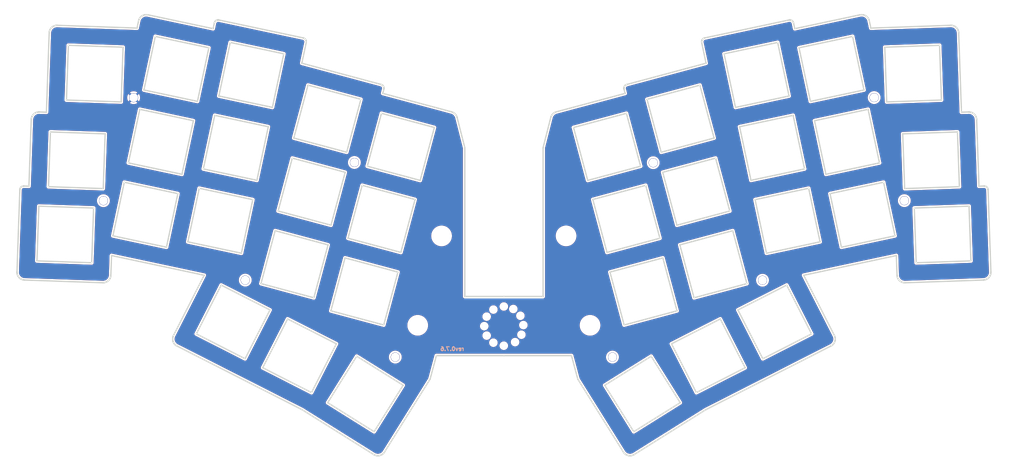
<source format=kicad_pcb>
(kicad_pcb (version 20211014) (generator pcbnew)
  (layers (0 "F.Cu" signal) (31 "B.Cu" signal) (34 "B.Paste" user) (35 "F.Paste" user) (36 "B.SilkS" user "B.Silkscreen") (37 "F.SilkS" user "F.Silkscreen") (38 "B.Mask" user) (39 "F.Mask" user) (44 "Edge.Cuts" user))
  (net 0 "")
  (net 1 "GND")
  (footprint "nowt_parts:MountingHole_2.2mm_M2_Pad_mods" (layer "F.Cu") (at 239.7 44.18)
    (fp_text reference "REF**" hide)
    (fp_text value "pad")
    (pad "1" thru_hole circle (at 0 0) (size 2.3 2.3) (drill 2.2) (layers *.Cu *.Mask))
  )
  (footprint "nowt_parts:M2_HOLE_v2_4.3mm" (layer "F.Cu") (at 123.06 102.38)
    (fp_text reference "Ref**" hide)
    (fp_text value "Val**" hide)
    (pad "" np_thru_hole circle (at 0 0) (size 4.3 4.3) (drill 4.3) (layers *.Cu *.Mask))
  )
  (footprint "nowt_parts:M2_HOLE_v2_4.3mm" (layer "F.Cu") (at 129.16 79.54)
    (fp_text reference "Ref**" hide)
    (fp_text value "Val**" hide)
    (pad "" np_thru_hole circle (at 0 0) (size 4.3 4.3) (drill 4.3) (layers *.Cu *.Mask))
  )
  (footprint "nowt_parts:led_hole_1.2mm" (layer "F.Cu") (at 150.06 102.32)
    (fp_text reference "Ref**" hide)
    (fp_text value "Val**" hide)
    (pad "" np_thru_hole circle (at 0 0) (size 1.2 1.2) (drill 1.2) (layers F&B.Cu *.Mask))
  )
  (footprint "nowt_parts:led_hole_1.2mm" (layer "F.Cu") (at 147.94 106.67)
    (fp_text reference "Ref**" hide)
    (fp_text value "Val**" hide)
    (pad "" np_thru_hole circle (at 0 0) (size 1.2 1.2) (drill 1.2) (layers F&B.Cu *.Mask))
  )
  (footprint "nowt_parts:led_hole_1.2mm" (layer "F.Cu") (at 142.4 98.36)
    (fp_text reference "Ref**" hide)
    (fp_text value "Val**" hide)
    (pad "" np_thru_hole circle (at 0 0) (size 1.2 1.2) (drill 1.2) (layers F&B.Cu *.Mask))
  )
  (footprint "nowt_parts:led_hole_1.2mm" (layer "F.Cu") (at 149.56 104.78)
    (fp_text reference "Ref**" hide)
    (fp_text value "Val**" hide)
    (pad "" np_thru_hole circle (at 0 0) (size 1.2 1.2) (drill 1.2) (layers F&B.Cu *.Mask))
  )
  (footprint "nowt_parts:MountingHole_2.2mm_M2_Pad_mods" (layer "F.Cu") (at 106.88 60.77)
    (fp_text reference "REF**" hide)
    (fp_text value "pad")
    (pad "1" thru_hole circle (at 0 0) (size 2.3 2.3) (drill 2.2) (layers *.Cu *.Mask))
  )
  (footprint "nowt_parts:MountingHole_2.2mm_M2_Pad_mods" (layer "F.Cu") (at 50.47 44.21)
    (fp_text reference "REFe" hide)
    (fp_text value "pad")
    (pad "1" thru_hole circle (at 0 0) (size 2.3 2.3) (drill 2.2) (layers *.Cu *.Mask) (net 1 "GND"))
  )
  (footprint "nowt_parts:MountingHole_2.2mm_M2_Pad_mods" (layer "F.Cu") (at 183.24 60.83)
    (fp_text reference "REF**" hide)
    (fp_text value "pad")
    (pad "1" thru_hole circle (at 0 0) (size 2.3 2.3) (drill 2.2) (layers *.Cu *.Mask))
  )
  (footprint "nowt_parts:MountingHole_2.2mm_M2_Pad_mods" (layer "F.Cu") (at 117.33 110.5)
    (fp_text reference "REF**" hide)
    (fp_text value "pad")
    (pad "1" thru_hole circle (at 0 0) (size 2.3 2.3) (drill 2.2) (layers *.Cu *.Mask))
  )
  (footprint "nowt_parts:M2_HOLE_v2_4.3mm" (layer "F.Cu") (at 167.1 102.38)
    (fp_text reference "Ref**" hide)
    (fp_text value "Val**" hide)
    (pad "" np_thru_hole circle (at 0 0) (size 4.3 4.3) (drill 4.3) (layers *.Cu *.Mask))
  )
  (footprint "nowt_parts:M2_HOLE_v2_4.3mm" (layer "F.Cu") (at 160.97 79.53)
    (fp_text reference "Ref**" hide)
    (fp_text value "Val**" hide)
    (pad "" np_thru_hole circle (at 0 0) (size 4.3 4.3) (drill 4.3) (layers *.Cu *.Mask))
  )
  (footprint "nowt_parts:led_hole_1.2mm" (layer "F.Cu") (at 145.07 97.57)
    (fp_text reference "Ref**" hide)
    (fp_text value "Val**" hide)
    (pad "" np_thru_hole circle (at 0 0) (size 1.2 1.2) (drill 1.2) (layers F&B.Cu *.Mask))
  )
  (footprint "nowt_parts:MountingHole_2.2mm_M2_Pad_mods" (layer "F.Cu") (at 211.17 90.86)
    (fp_text reference "REF**" hide)
    (fp_text value "pad")
    (pad "1" thru_hole circle (at 0 0) (size 2.3 2.3) (drill 2.2) (layers *.Cu *.Mask))
  )
  (footprint "nowt_parts:led_hole_1.2mm" (layer "F.Cu") (at 140.68 100.16)
    (fp_text reference "Ref**" hide)
    (fp_text value "Val**" hide)
    (pad "" np_thru_hole circle (at 0 0) (size 1.2 1.2) (drill 1.2) (layers F&B.Cu *.Mask))
  )
  (footprint "nowt_parts:MountingHole_2.2mm_M2_Pad_mods" (layer "F.Cu") (at 247.41 70.52)
    (fp_text reference "REF**" hide)
    (fp_text value "pad")
    (pad "1" thru_hole circle (at 0 0) (size 2.3 2.3) (drill 2.2) (layers *.Cu *.Mask))
  )
  (footprint "nowt_parts:MountingHole_2.2mm_M2_Pad_mods" (layer "F.Cu") (at 172.83 110.5)
    (fp_text reference "REF**" hide)
    (fp_text value "pad")
    (pad "1" thru_hole circle (at 0 0) (size 2.3 2.3) (drill 2.2) (layers *.Cu *.Mask))
  )
  (footprint "nowt_parts:led_hole_1.2mm" (layer "F.Cu") (at 142.4 106.82)
    (fp_text reference "Ref**" hide)
    (fp_text value "Val**" hide)
    (pad "" np_thru_hole circle (at 0 0) (size 1.2 1.2) (drill 1.2) (layers F&B.Cu *.Mask))
  )
  (footprint "nowt_parts:led_hole_1.2mm" (layer "F.Cu") (at 140.06 102.59)
    (fp_text reference "Ref**" hide)
    (fp_text value "Val**" hide)
    (pad "" np_thru_hole circle (at 0 0) (size 1.2 1.2) (drill 1.2) (layers F&B.Cu *.Mask))
  )
  (footprint "nowt_parts:led_hole_1.2mm" (layer "F.Cu") (at 149.3 99.94)
    (fp_text reference "Ref**" hide)
    (fp_text value "Val**" hide)
    (pad "" np_thru_hole circle (at 0 0) (size 1.2 1.2) (drill 1.2) (layers F&B.Cu *.Mask))
  )
  (footprint "nowt_parts:MountingHole_2.2mm_M2_Pad_mods" (layer "F.Cu") (at 78.99 90.83)
    (fp_text reference "REF**" hide)
    (fp_text value "pad")
    (pad "1" thru_hole circle (at 0 0) (size 2.3 2.3) (drill 2.2) (layers *.Cu *.Mask))
  )
  (footprint "nowt_parts:led_hole_1.2mm" (layer "F.Cu") (at 147.49 98.21)
    (fp_text reference "Ref**" hide)
    (fp_text value "Val**" hide)
    (pad "" np_thru_hole circle (at 0 0) (size 1.2 1.2) (drill 1.2) (layers F&B.Cu *.Mask))
  )
  (footprint "nowt_parts:led_hole_1.2mm" (layer "F.Cu") (at 145.06 107.59)
    (fp_text reference "Ref**" hide)
    (fp_text value "Val**" hide)
    (pad "" np_thru_hole circle (at 0 0) (size 1.2 1.2) (drill 1.2) (layers F&B.Cu *.Mask))
  )
  (footprint "nowt_parts:MountingHole_2.2mm_M2_Pad_mods" (layer "F.Cu") (at 42.75 70.54)
    (fp_text reference "REF**" hide)
    (fp_text value "pad")
    (pad "1" thru_hole circle (at 0 0) (size 2.3 2.3) (drill 2.2) (layers *.Cu *.Mask))
  )
  (footprint "nowt_parts:led_hole_1.2mm" (layer "F.Cu") (at 140.69 105.01)
    (fp_text reference "Ref**" hide)
    (fp_text value "Val**" hide)
    (pad "" np_thru_hole circle (at 0 0) (size 1.2 1.2) (drill 1.2) (layers F&B.Cu *.Mask))
  )
  (gr_line (start 60.574183 106.595409) (end 60.611627 106.686843) (layer "Edge.Cuts") (width 0.349999))
  (gr_line (start 268.368122 66.960407) (end 268.327007 66.933615) (layer "Edge.Cuts") (width 0.349999))
  (gr_line (start 178.268392 129.570598) (end 170.849523 117.697925) (layer "Edge.Cuts") (width 0.349999))
  (gr_line (start 221.915456 62.417575) (end 208.221379 65.328338) (layer "Edge.Cuts") (width 0.349999))
  (gr_line (start 135.096517 95.017428) (end 135.096517 57.017425) (layer "Edge.Cuts") (width 0.349999))
  (gr_line (start 182.722188 110.279056) (end 182.722188 110.279056) (layer "Edge.Cuts") (width 0.349999))
  (gr_line (start 71.975821 24.349573) (end 71.927106 24.355292) (layer "Edge.Cuts") (width 0.349999))
  (gr_line (start 181.327611 66.605006) (end 181.327611 66.605006) (layer "Edge.Cuts") (width 0.349999))
  (gr_line (start 265.886617 49.790467) (end 265.886617 49.790467) (layer "Edge.Cuts") (width 0.349999))
  (gr_line (start 111.990434 135.496236) (end 112.079714 135.537795) (layer "Edge.Cuts") (width 0.349999))
  (gr_line (start 245.554595 89.673526) (end 245.565355 89.77172) (layer "Edge.Cuts") (width 0.349999))
  (gr_line (start 196.251191 28.984401) (end 196.204852 29.003241) (layer "Edge.Cuts") (width 0.349999))
  (gr_line (start 43.436566 91.341699) (end 43.525265 91.300922) (layer "Edge.Cuts") (width 0.349999))
  (gr_line (start 89.809743 100.747767) (end 83.453878 113.221858) (layer "Edge.Cuts") (width 0.349999))
  (gr_line (start 114.121679 43.115027) (end 114.405217 42.056855) (layer "Edge.Cuts") (width 0.349999))
  (gr_line (start 21.261983 90.239163) (end 21.332297 90.304519) (layer "Edge.Cuts") (width 0.349999))
  (gr_line (start 43.778705 91.152846) (end 43.858413 91.095112) (layer "Edge.Cuts") (width 0.349999))
  (gr_line (start 145.096517 95.017428) (end 145.096517 95.017428) (layer "Edge.Cuts") (width 0.349999))
  (gr_line (start 94.198866 29.128076) (end 94.159703 29.099278) (layer "Edge.Cuts") (width 0.349999))
  (gr_line (start 269.183735 89.939904) (end 269.237338 89.857698) (layer "Edge.Cuts") (width 0.349999))
  (gr_line (start 132.923131 48.769717) (end 132.854309 48.657354) (layer "Edge.Cuts") (width 0.349999))
  (gr_line (start 113.789873 135.484815) (end 113.875812 135.438151) (layer "Edge.Cuts") (width 0.349999))
  (gr_line (start 218.265957 24.355285) (end 218.217241 24.349566) (layer "Edge.Cuts") (width 0.349999))
  (gr_line (start 170.849523 117.697925) (end 170.849523 117.697925) (layer "Edge.Cuts") (width 0.349999))
  (gr_line (start 219.076756 25.038712) (end 219.060131 24.991083) (layer "Edge.Cuts") (width 0.349999))
  (gr_line (start 80.921697 70.267982) (end 67.227628 67.357219) (layer "Edge.Cuts") (width 0.349999))
  (gr_line (start 176.152925 135.333081) (end 176.233767 135.387805) (layer "Edge.Cuts") (width 0.349999))
  (gr_line (start 202.809606 73.173369) (end 202.809606 73.173369) (layer "Edge.Cuts") (width 0.349999))
  (gr_line (start 52.684961 23.263975) (end 52.600446 23.315928) (layer "Edge.Cuts") (width 0.349999))
  (gr_line (start 176.267282 40.92433) (end 176.225182 40.949138) (layer "Edge.Cuts") (width 0.349999))
  (gr_line (start 267.80232 90.788848) (end 267.899518 90.773335) (layer "Edge.Cuts") (width 0.349999))
  (gr_line (start 268.275047 90.66503) (end 268.364806 90.626759) (layer "Edge.Cuts") (width 0.349999))
  (gr_line (start 157.108606 49.134266) (end 157.070913 49.263894) (layer "Edge.Cuts") (width 0.349999))
  (gr_line (start 26.272052 47.860498) (end 26.170279 47.864677) (layer "Edge.Cuts") (width 0.349999))
  (gr_line (start 94.339232 29.260203) (end 94.30668 29.22478) (layer "Edge.Cuts") (width 0.349999))
  (gr_line (start 105.241948 80.127971) (end 118.764913 83.751437) (layer "Edge.Cuts") (width 0.349999))
  (gr_line (start 228.657003 107.665782) (end 228.744304 107.618594) (layer "Edge.Cuts") (width 0.349999))
  (gr_line (start 93.894249 28.967784) (end 93.845379 28.953446) (layer "Edge.Cuts") (width 0.349999))
  (gr_line (start 175.7571 41.716043) (end 175.754285 41.764772) (layer "Edge.Cuts") (width 0.349999))
  (gr_line (start 132.304768 48.100941) (end 132.193269 48.030727) (layer "Edge.Cuts") (width 0.349999))
  (gr_line (start 195.646475 29.636186) (end 195.633837 29.682954) (layer "Edge.Cuts") (width 0.349999))
  (gr_line (start 187.909185 107.103633) (end 187.909185 107.103633) (layer "Edge.Cuts") (width 0.349999))
  (gr_line (start 221.689946 89.584628) (end 245.373235 84.550586) (layer "Edge.Cuts") (width 0.349999))
  (gr_line (start 52.439988 23.431798) (end 52.364686 23.495165) (layer "Edge.Cuts") (width 0.349999))
  (gr_line (start 54.105573 23.036988) (end 54.105573 23.036988) (layer "Edge.Cuts") (width 0.349999))
  (gr_line (start 246.183538 90.967509) (end 246.257758 91.033351) (layer "Edge.Cuts") (width 0.349999))
  (gr_line (start 71.523509 24.506906) (end 71.483903 24.533992) (layer "Edge.Cuts") (width 0.349999))
  (gr_line (start 256.89742 44.812654) (end 242.90595 45.301246) (layer "Edge.Cuts") (width 0.349999))
  (gr_line (start 71.090017 25.137643) (end 70.782987 26.581882) (layer "Edge.Cuts") (width 0.349999))
  (gr_line (start 195.767001 29.374974) (end 195.741834 29.415828) (layer "Edge.Cuts") (width 0.349999))
  (gr_line (start 263.818517 47.861493) (end 263.818517 47.861493) (layer "Edge.Cuts") (width 0.349999))
  (gr_line (start 95.017347 41.002997) (end 95.017347 41.002997) (layer "Edge.Cuts") (width 0.349999))
  (gr_line (start 195.627507 30.127522) (end 195.627507 30.127522) (layer "Edge.Cuts") (width 0.349999))
  (gr_line (start 135.096517 57.017425) (end 135.096517 57.017425) (layer "Edge.Cuts") (width 0.349999))
  (gr_line (start 104.916845 58.149425) (end 108.540303 44.626464) (layer "Edge.Cuts") (width 0.349999))
  (gr_line (start 108.540303 44.626464) (end 95.017347 41.002997) (layer "Edge.Cuts") (width 0.349999))
  (gr_line (start 20.658979 88.736903) (end 20.657987 88.839836) (layer "Edge.Cuts") (width 0.349999))
  (gr_line (start 24.306516 49.790496) (end 24.306516 49.790496) (layer "Edge.Cuts") (width 0.349999))
  (gr_line (start 229.646511 105.248485) (end 229.612973 105.155926) (layer "Edge.Cuts") (width 0.349999))
  (gr_line (start 25.777502 47.930616) (end 25.683537 47.9588) (layer "Edge.Cuts") (width 0.349999))
  (gr_line (start 175.97103 41.175638) (end 175.941359 41.214897) (layer "Edge.Cuts") (width 0.349999))
  (gr_line (start 52.950339 23.134955) (end 52.860082 23.173456) (layer "Edge.Cuts") (width 0.349999))
  (gr_line (start 260.975525 26.622183) (end 260.920704 26.542902) (layer "Edge.Cuts") (width 0.349999))
  (gr_line (start 113.611145 135.565474) (end 113.701602 135.52729) (layer "Edge.Cuts") (width 0.349999))
  (gr_line (start 195.718634 29.457854) (end 195.697449 29.500978) (layer "Edge.Cuts") (width 0.349999))
  (gr_line (start 53.089696 42.245528) (end 66.783757 45.156291) (layer "Edge.Cuts") (width 0.349999))
  (gr_line (start 260.519862 26.131564) (end 260.442282 26.074864) (layer "Edge.Cuts") (width 0.349999))
  (gr_line (start 256.408818 30.82118) (end 256.408818 30.82118) (layer "Edge.Cuts") (width 0.349999))
  (gr_line (start 22.42616 66.785197) (end 22.42616 66.785197) (layer "Edge.Cuts") (width 0.349999))
  (gr_line (start 20.658979 88.736903) (end 20.658979 88.736903) (layer "Edge.Cuts") (width 0.349999))
  (gr_line (start 60.541166 106.501826) (end 60.541166 106.501826) (layer "Edge.Cuts") (width 0.349999))
  (gr_line (start 218.819772 24.626271) (end 218.78435 24.593718) (layer "Edge.Cuts") (width 0.349999))
  (gr_line (start 52.039739 47.185174) (end 52.039739 47.185174) (layer "Edge.Cuts") (width 0.349999))
  (gr_line (start 217.917028 24.367413) (end 196.397756 28.941468) (layer "Edge.Cuts") (width 0.349999))
  (gr_line (start 175.8877 41.298049) (end 175.8877 41.298049) (layer "Edge.Cuts") (width 0.349999))
  (gr_line (start 177.548786 135.690894) (end 177.645427 135.677076) (layer "Edge.Cuts") (width 0.349999))
  (gr_line (start 21.709027 67.053107) (end 21.673586 67.087827) (layer "Edge.Cuts") (width 0.349999))
  (gr_line (start 71.13295 24.991083) (end 71.116325 25.038711) (layer "Edge.Cuts") (width 0.349999))
  (gr_line (start 177.157838 135.698601) (end 177.255882 135.703868) (layer "Edge.Cuts") (width 0.349999))
  (gr_line (start 72.836072 92.099246) (end 85.31017 98.455112) (layer "Edge.Cuts") (width 0.349999))
  (gr_line (start 51.339437 26.431175) (end 30.96053 25.719528) (layer "Edge.Cuts") (width 0.349999))
  (gr_line (start 53.812128 22.997017) (end 53.714069 22.993416) (layer "Edge.Cuts") (width 0.349999))
  (gr_line (start 113.967856 40.949123) (end 113.925758 40.924315) (layer "Edge.Cuts") (width 0.349999))
  (gr_line (start 237.828302 23.495161) (end 237.752997 23.431794) (layer "Edge.Cuts") (width 0.349999))
  (gr_line (start 21.81513 90.62113) (end 21.90463 90.660099) (layer "Edge.Cuts") (width 0.349999))
  (gr_line (start 22.283981 90.77178) (end 22.383551 90.788002) (layer "Edge.Cuts") (width 0.349999))
  (gr_line (start 21.405715 90.366495) (end 21.482116 90.424961) (layer "Edge.Cuts") (width 0.349999))
  (gr_line (start 102.283841 107.103633) (end 89.809743 100.747767) (layer "Edge.Cuts") (width 0.349999))
  (gr_line (start 21.551265 67.241424) (end 21.525731 67.283099) (layer "Edge.Cuts") (width 0.349999))
  (gr_line (start 155.096517 95.017428) (end 155.096517 95.017428) (layer "Edge.Cuts") (width 0.349999))
  (gr_line (start 227.37 63.79) (end 224.459233 50.095937) (layer "Edge.Cuts") (width 0.349999))
  (gr_line (start 80.921697 70.267982) (end 80.921697 70.267982) (layer "Edge.Cuts") (width 0.349999))
  (gr_line (start 43.346035 91.378081) (end 43.436566 91.341699) (layer "Edge.Cuts") (width 0.349999))
  (gr_line (start 114.122474 41.067767) (end 114.086027 41.035302) (layer "Edge.Cuts") (width 0.349999))
  (gr_line (start 265.831951 49.38913) (end 265.806262 49.293222) (layer "Edge.Cuts") (width 0.349999))
  (gr_line (start 268.928841 90.24172) (end 268.998296 90.170863) (layer "Edge.Cuts") (width 0.349999))
  (gr_line (start 229.73376 105.629534) (end 229.719011 105.533004) (layer "Edge.Cuts") (width 0.349999))
  (gr_line (start 131.701619 47.825593) (end 114.121679 43.115027) (layer "Edge.Cuts") (width 0.349999))
  (gr_line (start 25.50159 48.02836) (end 25.413869 48.069494) (layer "Edge.Cuts") (width 0.349999))
  (gr_line (start 60.661123 104.975345) (end 60.661123 104.975345) (layer "Edge.Cuts") (width 0.349999))
  (gr_line (start 21.391515 67.74969) (end 21.391515 67.74969) (layer "Edge.Cuts") (width 0.349999))
  (gr_line (start 246.41452 91.152905) (end 246.496729 91.206493) (layer "Edge.Cuts") (width 0.349999))
  (gr_line (start 114.416865 42.00864) (end 114.426074 41.960119) (layer "Edge.Cuts") (width 0.349999))
  (gr_line (start 93.988216 29.003252) (end 93.941878 28.984411) (layer "Edge.Cuts") (width 0.349999))
  (gr_line (start 228.828795 107.567368) (end 228.91036 107.512238) (layer "Edge.Cuts") (width 0.349999))
  (gr_line (start 114.265467 135.145627) (end 114.334376 135.076003) (layer "Edge.Cuts") (width 0.349999))
  (gr_line (start 29.113032 26.801045) (end 29.070411 26.888821) (layer "Edge.Cuts") (width 0.349999))
  (gr_line (start 108.865422 66.605006) (end 108.865422 66.605006) (layer "Edge.Cuts") (width 0.349999))
  (gr_line (start 22.087054 66.831855) (end 22.040943 66.847811) (layer "Edge.Cuts") (width 0.349999))
  (gr_line (start 83.453878 113.221858) (end 83.453878 113.221858) (layer "Edge.Cuts") (width 0.349999))
  (gr_line (start 22.278161 66.790947) (end 22.229551 66.797675) (layer "Edge.Cuts") (width 0.349999))
  (gr_line (start 60.489329 106.310753) (end 60.512826 106.406723) (layer "Edge.Cuts") (width 0.349999))
  (gr_line (start 195.605485 29.926168) (end 195.60712 29.976165) (layer "Edge.Cuts") (width 0.349999))
  (gr_line (start 43.6965 91.206434) (end 43.778705 91.152846) (layer "Edge.Cuts") (width 0.349999))
  (gr_line (start 131.701619 47.825593) (end 131.701619 47.825593) (layer "Edge.Cuts") (width 0.349999))
  (gr_line (start 198.799154 54.525958) (end 185.276189 58.149425) (layer "Edge.Cuts") (width 0.349999))
  (gr_line (start 33.784208 30.82118) (end 33.784208 30.82118) (layer "Edge.Cuts") (width 0.349999))
  (gr_line (start 60.459294 105.629571) (end 60.449278 105.726649) (layer "Edge.Cuts") (width 0.349999))
  (gr_line (start 237.332905 23.173453) (end 237.24265 23.134952) (layer "Edge.Cuts") (width 0.349999))
  (gr_line (start 30.282392 25.812919) (end 30.190183 25.844838) (layer "Edge.Cuts") (width 0.349999))
  (gr_line (start 261.190471 27.057277) (end 261.155804 26.965504) (layer "Edge.Cuts") (width 0.349999))
  (gr_line (start 158.362265 47.864869) (end 158.237069 47.91237) (layer "Edge.Cuts") (width 0.349999))
  (gr_line (start 185.70609 85.153811) (end 189.329564 98.676776) (layer "Edge.Cuts") (width 0.349999))
  (gr_line (start 21.44488 67.460476) (end 21.430174 67.507085) (layer "Edge.Cuts") (width 0.349999))
  (gr_line (start 229.539668 106.775976) (end 229.581425 106.686823) (layer "Edge.Cuts") (width 0.349999))
  (gr_line (start 131.955962 47.912396) (end 131.830767 47.864898) (layer "Edge.Cuts") (width 0.349999))
  (gr_line (start 237.592534 23.315924) (end 237.508022 23.263971) (layer "Edge.Cuts") (width 0.349999))
  (gr_line (start 113.424249 135.628556) (end 113.518645 135.599264) (layer "Edge.Cuts") (width 0.349999))
  (gr_line (start 157.781941 48.178093) (end 157.681105 48.261904) (layer "Edge.Cuts") (width 0.349999))
  (gr_line (start 114.405217 42.056855) (end 114.405217 42.056855) (layer "Edge.Cuts") (width 0.349999))
  (gr_line (start 242.114019 65.818885) (end 242.114019 65.818885) (layer "Edge.Cuts") (width 0.349999))
  (gr_line (start 72.238301 43.783864) (end 85.932363 46.694627) (layer "Edge.Cuts") (width 0.349999))
  (gr_line (start 238.033299 23.705232) (end 237.968553 23.632026) (layer "Edge.Cuts") (width 0.349999))
  (gr_line (start 238.153295 47.185174) (end 241.064061 60.879237) (layer "Edge.Cuts") (width 0.349999))
  (gr_line (start 260.734913 26.322717) (end 260.666307 26.255612) (layer "Edge.Cuts") (width 0.349999))
  (gr_line (start 64.316861 81.051284) (end 64.316861 81.051284) (layer "Edge.Cuts") (width 0.349999))
  (gr_line (start 20.825762 89.610233) (end 20.866881 89.69795) (layer "Edge.Cuts") (width 0.349999))
  (gr_line (start 20.756229 89.428298) (end 20.788838 89.520306) (layer "Edge.Cuts") (width 0.349999))
  (gr_line (start 228.744304 107.618594) (end 228.828795 107.567368) (layer "Edge.Cuts") (width 0.349999))
  (gr_line (start 21.643384 90.530845) (end 21.728007 90.578002) (layer "Edge.Cuts") (width 0.349999))
  (gr_line (start 113.230842 135.673141) (end 113.328099 135.653247) (layer "Edge.Cuts") (width 0.349999))
  (gr_line (start 180.020574 61.727084) (end 166.497609 65.350551) (layer "Edge.Cuts") (width 0.349999))
  (gr_line (start 44.819799 84.550586) (end 68.50308 89.584628) (layer "Edge.Cuts") (width 0.349999))
  (gr_line (start 21.399856 67.65106) (end 21.394474 67.700164) (layer "Edge.Cuts") (width 0.349999))
  (gr_line (start 61.364226 107.567376) (end 61.448715 107.618602) (layer "Edge.Cuts") (width 0.349999))
  (gr_line (start 261.267429 27.344923) (end 261.246414 27.247108) (layer "Edge.Cuts") (width 0.349999))
  (gr_line (start 94.5592 29.682968) (end 94.546565 29.636201) (layer "Edge.Cuts") (width 0.349999))
  (gr_line (start 21.578854 67.200979) (end 21.551265 67.241424) (layer "Edge.Cuts") (width 0.349999))
  (gr_line (start 219.041291 24.944743) (end 219.02031 24.899742) (layer "Edge.Cuts") (width 0.349999))
  (gr_line (start 228.419942 68.729648) (end 228.419942 68.729648) (layer "Edge.Cuts") (width 0.349999))
  (gr_line (start 21.131153 90.098831) (end 21.194895 90.170557) (layer "Edge.Cuts") (width 0.349999))
  (gr_line (start 25.760633 85.913226) (end 25.760633 85.913226) (layer "Edge.Cuts") (width 0.349999))
  (gr_line (start 87.38342 73.173369) (end 100.906385 76.796836) (layer "Edge.Cuts") (width 0.349999))
  (gr_line (start 118.009908 88.777278) (end 104.486943 85.153811) (layer "Edge.Cuts") (width 0.349999))
  (gr_line (start 223.409276 45.156291) (end 220.49851 31.462224) (layer "Edge.Cuts") (width 0.349999))
  (gr_line (start 29.388518 26.397424) (end 29.325349 26.472909) (layer "Edge.Cuts") (width 0.349999))
  (gr_line (start 259.734242 25.76502) (end 259.63676 25.746077) (layer "Edge.Cuts") (width 0.349999))
  (gr_line (start 264.947734 48.163998) (end 264.864841 48.114835) (layer "Edge.Cuts") (width 0.349999))
  (gr_line (start 29.600675 26.189604) (end 29.526448 26.255445) (layer "Edge.Cuts") (width 0.349999))
  (gr_line (start 60.493509 105.437242) (end 60.474043 105.533043) (layer "Edge.Cuts") (width 0.349999))
  (gr_line (start 127.318883 51.82759) (end 113.795919 48.204124) (layer "Edge.Cuts") (width 0.349999))
  (gr_line (start 237.42142 23.21647) (end 237.332905 23.173453) (layer "Edge.Cuts") (width 0.349999))
  (gr_line (start 245.77016 90.421918) (end 245.817033 90.507556) (layer "Edge.Cuts") (width 0.349999))
  (gr_line (start 122.388379 70.228473) (end 122.388379 70.228473) (layer "Edge.Cuts") (width 0.349999))
  (gr_line (start 84.882413 51.634273) (end 71.188344 48.723508) (layer "Edge.Cuts") (width 0.349999))
  (gr_line (start 268.552619 67.124096) (end 268.519087 67.087823) (layer "Edge.Cuts") (width 0.349999))
  (gr_line (start 175.776168 42.008677) (end 175.787816 42.056893) (layer "Edge.Cuts") (width 0.349999))
  (gr_line (start 71.195817 24.856131) (end 71.172771 24.899744) (layer "Edge.Cuts") (width 0.349999))
  (gr_line (start 114.222 41.175621) (end 114.190531 41.137981) (layer "Edge.Cuts") (width 0.349999))
  (gr_line (start 267.704119 90.799589) (end 267.80232 90.788848) (layer "Edge.Cuts") (width 0.349999))
  (gr_line (start 93.527974 123.946704) (end 111.817571 135.399585) (layer "Edge.Cuts") (width 0.349999))
  (gr_line (start 48.079023 65.818885) (end 48.079023 65.818885) (layer "Edge.Cuts") (width 0.349999))
  (gr_line (start 127.82903 110.126506) (end 145.096517 110.126506) (layer "Edge.Cuts") (width 0.349999))
  (gr_line (start 218.454323 24.401219) (end 218.408356 24.386373) (layer "Edge.Cuts") (width 0.349999))
  (gr_line (start 265.385921 48.53517) (end 265.320583 48.464843) (layer "Edge.Cuts") (width 0.349999))
  (gr_line (start 94.585905 29.976174) (end 94.587542 29.926178) (layer "Edge.Cuts") (width 0.349999))
  (gr_line (start 177.836166 135.635377) (end 177.929914 135.607555) (layer "Edge.Cuts") (width 0.349999))
  (gr_line (start 207.188085 91.722178) (end 207.188085 91.722178) (layer "Edge.Cuts") (width 0.349999))
  (gr_line (start 108.540303 44.626464) (end 108.540303 44.626464) (layer "Edge.Cuts") (width 0.349999))
  (gr_line (start 53.04216 23.101003) (end 52.950339 23.134955) (layer "Edge.Cuts") (width 0.349999))
  (gr_line (start 94.398965 29.335383) (end 94.370009 29.297095) (layer "Edge.Cuts") (width 0.349999))
  (gr_line (start 260.27906 25.972715) (end 260.193677 25.92751) (layer "Edge.Cuts") (width 0.349999))
  (gr_line (start 217.917028 24.367413) (end 217.917028 24.367413) (layer "Edge.Cuts") (width 0.349999))
  (gr_line (start 47.775678 31.309773) (end 47.775678 31.309773) (layer "Edge.Cuts") (width 0.349999))
  (gr_line (start 228.657003 107.665782) (end 228.657003 107.665782) (layer "Edge.Cuts") (width 0.349999))
  (gr_line (start 218.168023 24.346251) (end 218.118379 24.345387) (layer "Edge.Cuts") (width 0.349999))
  (gr_line (start 265.561134 48.764286) (end 265.506327 48.685012) (layer "Edge.Cuts") (width 0.349999))
  (gr_line (start 238.853597 26.431175) (end 238.853597 26.431175) (layer "Edge.Cuts") (width 0.349999))
  (gr_line (start 44.465636 90.334119) (end 44.503921 90.244377) (layer "Edge.Cuts") (width 0.349999))
  (gr_line (start 245.655376 90.15284) (end 245.689258 90.244398) (layer "Edge.Cuts") (width 0.349999))
  (gr_line (start 22.090277 90.725038) (end 22.186182 90.750748) (layer "Edge.Cuts") (width 0.349999))
  (gr_line (start 177.741279 135.658561) (end 177.836166 135.635377) (layer "Edge.Cuts") (width 0.349999))
  (gr_line (start 247.491491 67.443198) (end 247.002889 53.451728) (layer "Edge.Cuts") (width 0.349999))
  (gr_line (start 211.238744 110.929202) (end 223.712835 104.573337) (layer "Edge.Cuts") (width 0.349999))
  (gr_line (start 113.328099 135.653247) (end 113.424249 135.628556) (layer "Edge.Cuts") (width 0.349999))
  (gr_line (start 52.292802 23.561958) (end 52.224437 23.63203) (layer "Edge.Cuts") (width 0.349999))
  (gr_line (start 218.217241 24.349566) (end 218.168023 24.346251) (layer "Edge.Cuts") (width 0.349999))
  (gr_line (start 269.372646 89.597756) (end 269.409042 89.50722) (layer "Edge.Cuts") (width 0.349999))
  (gr_line (start 111.817571 135.399585) (end 111.902995 135.450156) (layer "Edge.Cuts") (width 0.349999))
  (gr_line (start 24.490742 49.017981) (end 24.451787 49.107497) (layer "Edge.Cuts") (width 0.349999))
  (gr_line (start 249.952336 72.410342) (end 263.943807 71.921748) (layer "Edge.Cuts") (width 0.349999))
  (gr_line (start 43.525265 91.300922) (end 43.611965 91.255813) (layer "Edge.Cuts") (width 0.349999))
  (gr_line (start 219.103063 25.137647) (end 219.091091 25.087583) (layer "Edge.Cuts") (width 0.349999))
  (gr_line (start 25.24558 48.163861) (end 25.165273 48.216853) (layer "Edge.Cuts") (width 0.349999))
  (gr_line (start 25.760633 85.913226) (end 39.752103 86.401813) (layer "Edge.Cuts") (width 0.349999))
  (gr_line (start 75.14906 30.089796) (end 72.238301 43.783864) (layer "Edge.Cuts") (width 0.349999))
  (gr_line (start 61.12878 107.39082) (end 61.204143 107.45335) (layer "Edge.Cuts") (width 0.349999))
  (gr_line (start 261.026576 26.704205) (end 260.975525 26.622183) (layer "Edge.Cuts") (width 0.349999))
  (gr_line (start 21.90463 90.660099) (end 21.996386 90.694778) (layer "Edge.Cuts") (width 0.349999))
  (gr_line (start 175.762284 41.667536) (end 175.7571 41.716043) (layer "Edge.Cuts") (width 0.349999))
  (gr_line (start 135.096517 95.017428) (end 135.096517 95.017428) (layer "Edge.Cuts") (width 0.349999))
  (gr_line (start 175.86397 41.341609) (end 175.842518 41.386095) (layer "Edge.Cuts") (width 0.349999))
  (gr_line (start 172.183126 88.777278) (end 172.183126 88.777278) (layer "Edge.Cuts") (width 0.349999))
  (gr_line (start 52.039739 47.185174) (end 49.12898 60.879237) (layer "Edge.Cuts") (width 0.349999))
  (gr_line (start 206.739156 113.221858) (end 206.739156 113.221858) (layer "Edge.Cuts") (width 0.349999))
  (gr_line (start 247.12815 91.460285) (end 247.224353 91.478464) (layer "Edge.Cuts") (width 0.349999))
  (gr_line (start 175.787816 42.056893) (end 176.071355 43.115027) (layer "Edge.Cuts") (width 0.349999))
  (gr_line (start 60.541166 106.501826) (end 60.574183 106.595409) (layer "Edge.Cuts") (width 0.349999))
  (gr_line (start 229.699543 105.437201) (end 229.675372 105.342303) (layer "Edge.Cuts") (width 0.349999))
  (gr_line (start 133.08444 49.134253) (end 133.038503 49.008477) (layer "Edge.Cuts") (width 0.349999))
  (gr_line (start 157.586059 48.352045) (end 157.49711 48.448208) (layer "Edge.Cuts") (width 0.349999))
  (gr_line (start 113.959275 135.387403) (end 114.040116 135.332673) (layer "Edge.Cuts") (width 0.349999))
  (gr_line (start 259.537717 25.731936) (end 259.437242 25.722718) (layer "Edge.Cuts") (width 0.349999))
  (gr_line (start 85.31017 98.455112) (end 78.954297 110.929202) (layer "Edge.Cuts") (width 0.349999))
  (gr_line (start 268.584207 67.16184) (end 268.552619 67.124096) (layer "Edge.Cuts") (width 0.349999))
  (gr_line (start 132.511927 48.261913) (end 132.41109 48.178106) (layer "Edge.Cuts") (width 0.349999))
  (gr_line (start 113.035188 135.698248) (end 113.133146 135.688132) (layer "Edge.Cuts") (width 0.349999))
  (gr_line (start 245.62597 90.059632) (end 245.655376 90.15284) (layer "Edge.Cuts") (width 0.349999))
  (gr_line (start 28.71008 66.954608) (end 28.71008 66.954608) (layer "Edge.Cuts") (width 0.349999))
  (gr_line (start 114.575116 134.763888) (end 126.221341 116.126506) (layer "Edge.Cuts") (width 0.349999))
  (gr_line (start 61.056689 107.324792) (end 61.12878 107.39082) (layer "Edge.Cuts") (width 0.349999))
  (gr_line (start 43.190145 53.451728) (end 43.190145 53.451728) (layer "Edge.Cuts") (width 0.349999))
  (gr_line (start 241.064061 60.879237) (end 241.064061 60.879237) (layer "Edge.Cuts") (width 0.349999))
  (gr_line (start 24.340171 49.486913) (end 24.323969 49.586497) (layer "Edge.Cuts") (width 0.349999))
  (gr_line (start 269.286732 89.773161) (end 269.331856 89.686458) (layer "Edge.Cuts") (width 0.349999))
  (gr_line (start 118.764913 83.751437) (end 122.388379 70.228473) (layer "Edge.Cuts") (width 0.349999))
  (gr_line (start 42.773685 91.500607) (end 42.871717 91.491898) (layer "Edge.Cuts") (width 0.349999))
  (gr_line (start 260.862241 26.466484) (end 260.800267 26.393048) (layer "Edge.Cuts") (width 0.349999))
  (gr_line (start 194.265065 119.577724) (end 187.909185 107.103633) (layer "Edge.Cuts") (width 0.349999))
  (gr_line (start 261.116845 26.875986) (end 261.073726 26.788846) (layer "Edge.Cuts") (width 0.349999))
  (gr_line (start 25.328489 48.114701) (end 25.24558 48.163861) (layer "Edge.Cuts") (width 0.349999))
  (gr_line (start 268.711694 67.369811) (end 268.69038 67.32592) (layer "Edge.Cuts") (width 0.349999))
  (gr_line (start 237.057619 23.071629) (end 236.963192 23.046871) (layer "Edge.Cuts") (width 0.349999))
  (gr_line (start 71.445617 24.562948) (end 71.408726 24.593727) (layer "Edge.Cuts") (width 0.349999))
  (gr_line (start 24.323969 49.586497) (end 24.312707 49.687732) (layer "Edge.Cuts") (width 0.349999))
  (gr_line (start 246.756678 91.341756) (end 246.847213 91.378137) (layer "Edge.Cuts") (width 0.349999))
  (gr_line (start 132.193269 48.030727) (end 132.076898 47.967775) (layer "Edge.Cuts") (width 0.349999))
  (gr_line (start 245.868089 90.590897) (end 245.923254 90.671781) (layer "Edge.Cuts") (width 0.349999))
  (gr_line (start 71.373305 24.626279) (end 71.339429 24.660557) (layer "Edge.Cuts") (width 0.349999))
  (gr_line (start 71.483903 24.533992) (end 71.445617 24.562948) (layer "Edge.Cuts") (width 0.349999))
  (gr_line (start 60.987987 107.255401) (end 61.056689 107.324792) (layer "Edge.Cuts") (width 0.349999))
  (gr_line (start 219.004689 48.723508) (end 219.004689 48.723508) (layer "Edge.Cuts") (width 0.349999))
  (gr_line (start 22.133914 66.81816) (end 22.087054 66.831855) (layer "Edge.Cuts") (width 0.349999))
  (gr_line (start 112.079714 135.537795) (end 112.17066 135.574803) (layer "Edge.Cuts") (width 0.349999))
  (gr_line (start 176.864934 135.653613) (end 176.864934 135.653613) (layer "Edge.Cuts") (width 0.349999))
  (gr_line (start 175.791943 41.524231) (end 175.779718 41.571542) (layer "Edge.Cuts") (width 0.349999))
  (gr_line (start 236.867723 23.026759) (end 236.771387 23.011325) (layer "Edge.Cuts") (width 0.349999))
  (gr_line (start 61.536016 107.66579) (end 61.536016 107.66579) (layer "Edge.Cuts") (width 0.349999))
  (gr_line (start 242.417363 31.309773) (end 256.408818 30.82118) (layer "Edge.Cuts") (width 0.349999))
  (gr_line (start 269.331856 89.686458) (end 269.372646 89.597756) (layer "Edge.Cuts") (width 0.349999))
  (gr_line (start 264.320143 47.907079) (end 264.222681 47.88812) (layer "Edge.Cuts") (width 0.349999))
  (gr_line (start 83.004949 91.722178) (end 83.004949 91.722178) (layer "Edge.Cuts") (width 0.349999))
  (gr_line (start 177.645427 135.677076) (end 177.741279 135.658561) (layer "Edge.Cuts") (width 0.349999))
  (gr_line (start 229.581425 106.686823) (end 229.618872 106.595387) (layer "Edge.Cuts") (width 0.349999))
  (gr_line (start 267.995551 90.753122) (end 268.090258 90.728285) (layer "Edge.Cuts") (width 0.349999))
  (gr_line (start 268.519087 67.087823) (end 268.483648 67.053103) (layer "Edge.Cuts") (width 0.349999))
  (gr_line (start 113.882422 40.901556) (end 113.83792 40.8809) (layer "Edge.Cuts") (width 0.349999))
  (gr_line (start 72.074681 24.345392) (end 72.025038 24.346257) (layer "Edge.Cuts") (width 0.349999))
  (gr_line (start 260.920704 26.542902) (end 260.862241 26.466484) (layer "Edge.Cuts") (width 0.349999))
  (gr_line (start 229.064249 107.39081) (end 229.136342 107.324781) (layer "Edge.Cuts") (width 0.349999))
  (gr_line (start 60.861208 107.10707) (end 60.922788 107.182782) (layer "Edge.Cuts") (width 0.349999))
  (gr_line (start 145.096517 95.017428) (end 135.096517 95.017428) (layer "Edge.Cuts") (width 0.349999))
  (gr_line (start 42.701551 67.443198) (end 43.190145 53.451728) (layer "Edge.Cuts") (width 0.349999))
  (gr_line (start 24.941258 48.397605) (end 24.872655 48.464711) (layer "Edge.Cuts") (width 0.349999))
  (gr_line (start 114.426074 41.960119) (end 114.432854 41.91138) (layer "Edge.Cuts") (width 0.349999))
  (gr_line (start 21.608462 67.161844) (end 21.578854 67.200979) (layer "Edge.Cuts") (width 0.349999))
  (gr_line (start 53.135372 23.071632) (end 53.04216 23.101003) (layer "Edge.Cuts") (width 0.349999))
  (gr_line (start 44.612293 89.868905) (end 44.627826 89.771719) (layer "Edge.Cuts") (width 0.349999))
  (gr_line (start 26.374997 47.861484) (end 26.272052 47.860498) (layer "Edge.Cuts") (width 0.349999))
  (gr_line (start 265.806262 49.293222) (end 265.776023 49.199327) (layer "Edge.Cuts") (width 0.349999))
  (gr_line (start 238.153295 47.185174) (end 238.153295 47.185174) (layer "Edge.Cuts") (width 0.349999))
  (gr_line (start 175.754285 41.764772) (end 175.753853 41.813636) (layer "Edge.Cuts") (width 0.349999))
  (gr_line (start 21.482116 90.424961) (end 21.56138 90.479788) (layer "Edge.Cuts") (width 0.349999))
  (gr_line (start 247.518303 91.504515) (end 247.617513 91.503497) (layer "Edge.Cuts") (width 0.349999))
  (gr_line (start 176.144975 41.004686) (end 176.107008 41.035318) (layer "Edge.Cuts") (width 0.349999))
  (gr_line (start 112.839184 135.703974) (end 112.937142 135.703519) (layer "Edge.Cuts") (width 0.349999))
  (gr_line (start 176.397115 48.204124) (end 176.397115 48.204124) (layer "Edge.Cuts") (width 0.349999))
  (gr_line (start 196.397756 28.941468) (end 196.347692 28.95344) (layer "Edge.Cuts") (width 0.349999))
  (gr_line (start 20.685507 89.14109) (end 20.704442 89.23856) (layer "Edge.Cuts") (width 0.349999))
  (gr_line (start 114.423198 41.619313) (end 114.413307 41.571517) (layer "Edge.Cuts") (width 0.349999))
  (gr_line (start 170.849523 117.697925) (end 182.722188 110.279056) (layer "Edge.Cuts") (width 0.349999))
  (gr_line (start 195.611303 30.026439) (end 195.618083 30.076917) (layer "Edge.Cuts") (width 0.349999))
  (gr_line (start 155.096517 57.017425) (end 155.096517 95.017428) (layer "Edge.Cuts") (width 0.349999))
  (gr_line (start 84.882413 51.634273) (end 84.882413 51.634273) (layer "Edge.Cuts") (width 0.349999))
  (gr_line (start 176.962189 135.673503) (end 177.059882 135.688489) (layer "Edge.Cuts") (width 0.349999))
  (gr_line (start 268.762496 67.507085) (end 268.747789 67.460474) (layer "Edge.Cuts") (width 0.349999))
  (gr_line (start 133.122136 49.263879) (end 133.122136 49.263879) (layer "Edge.Cuts") (width 0.349999))
  (gr_line (start 242.417363 31.309773) (end 242.417363 31.309773) (layer "Edge.Cuts") (width 0.349999))
  (gr_line (start 229.618872 106.595387) (end 229.651891 106.501803) (layer "Edge.Cuts") (width 0.349999))
  (gr_line (start 94.569577 29.730459) (end 94.5592 29.682968) (layer "Edge.Cuts") (width 0.349999))
  (gr_line (start 241.064061 60.879237) (end 227.37 63.79) (layer "Edge.Cuts") (width 0.349999))
  (gr_line (start 263.943807 71.921748) (end 263.943807 71.921748) (layer "Edge.Cuts") (width 0.349999))
  (gr_line (start 259.830032 25.788642) (end 259.734242 25.76502) (layer "Edge.Cuts") (width 0.349999))
  (gr_line (start 162.364003 110.126506) (end 163.9717 116.126506) (layer "Edge.Cuts") (width 0.349999))
  (gr_line (start 157.888262 48.100925) (end 157.781941 48.178093) (layer "Edge.Cuts") (width 0.349999))
  (gr_line (start 95.017347 41.002997) (end 91.39388 54.525958) (layer "Edge.Cuts") (width 0.349999))
  (gr_line (start 113.133146 135.688132) (end 113.230842 135.673141) (layer "Edge.Cuts") (width 0.349999))
  (gr_line (start 24.745332 48.608478) (end 24.686873 48.684897) (layer "Edge.Cuts") (width 0.349999))
  (gr_line (start 176.494924 40.83211) (end 176.447344 40.846131) (layer "Edge.Cuts") (width 0.349999))
  (gr_line (start 265.612172 48.846299) (end 265.561134 48.764286) (layer "Edge.Cuts") (width 0.349999))
  (gr_line (start 265.880424 49.687719) (end 265.869162 49.5865) (layer "Edge.Cuts") (width 0.349999))
  (gr_line (start 114.435928 41.716014) (end 114.430742 41.667508) (layer "Edge.Cuts") (width 0.349999))
  (gr_line (start 261.294898 27.545746) (end 261.283634 27.444509) (layer "Edge.Cuts") (width 0.349999))
  (gr_line (start 178.022346 135.575124) (end 178.113288 135.538113) (layer "Edge.Cuts") (width 0.349999))
  (gr_line (start 47.775678 31.309773) (end 33.784208 30.82118) (layer "Edge.Cuts") (width 0.349999))
  (gr_line (start 268.483648 67.053103) (end 268.483648 67.053103) (layer "Edge.Cuts") (width 0.349999))
  (gr_line (start 71.831476 24.373745) (end 71.784711 24.386382) (layer "Edge.Cuts") (width 0.349999))
  (gr_line (start 238.299217 24.113145) (end 238.254077 24.026465) (layer "Edge.Cuts") (width 0.349999))
  (gr_line (start 126.221341 116.126506) (end 127.82903 110.126506) (layer "Edge.Cuts") (width 0.349999))
  (gr_line (start 224.459233 50.095937) (end 224.459233 50.095937) (layer "Edge.Cuts") (width 0.349999))
  (gr_line (start 114.279468 41.2557) (end 114.25167 41.214879) (layer "Edge.Cuts") (width 0.349999))
  (gr_line (start 217.967633 24.357988) (end 217.917028 24.367413) (layer "Edge.Cuts") (width 0.349999))
  (gr_line (start 44.14758 90.825483) (end 44.210739 90.750002) (layer "Edge.Cuts") (width 0.349999))
  (gr_line (start 229.136342 107.324781) (end 229.205048 107.25539) (layer "Edge.Cuts") (width 0.349999))
  (gr_line (start 122.388379 70.228473) (end 108.865422 66.605006) (layer "Edge.Cuts") (width 0.349999))
  (gr_line (start 52.098667 23.781429) (end 52.041462 23.860463) (layer "Edge.Cuts") (width 0.349999))
  (gr_line (start 202.809606 73.173369) (end 189.286657 76.796836) (layer "Edge.Cuts") (width 0.349999))
  (gr_line (start 196.347692 28.95344) (end 196.298821 28.967776) (layer "Edge.Cuts") (width 0.349999))
  (gr_line (start 21.014193 89.946539) (end 21.070879 90.024115) (layer "Edge.Cuts") (width 0.349999))
  (gr_line (start 268.613814 67.200976) (end 268.584207 67.16184) (layer "Edge.Cuts") (width 0.349999))
  (gr_line (start 247.033116 91.437463) (end 247.12815 91.460285) (layer "Edge.Cuts") (width 0.349999))
  (gr_line (start 52.860082 23.173456) (end 52.771565 23.216474) (layer "Edge.Cuts") (width 0.349999))
  (gr_line (start 238.853597 26.431175) (end 238.459569 24.57746) (layer "Edge.Cuts") (width 0.349999))
  (gr_line (start 28.968823 27.163345) (end 28.943965 27.258047) (layer "Edge.Cuts") (width 0.349999))
  (gr_line (start 53.518633 23.000603) (end 53.421605 23.011327) (layer "Edge.Cuts") (width 0.349999))
  (gr_line (start 61.773091 68.729648) (end 61.773091 68.729648) (layer "Edge.Cuts") (width 0.349999))
  (gr_line (start 259.335466 25.718543) (end 259.232518 25.719533) (layer "Edge.Cuts") (width 0.349999))
  (gr_line (start 68.50308 89.584628) (end 60.661123 104.975345) (layer "Edge.Cuts") (width 0.349999))
  (gr_line (start 229.493715 106.86271) (end 229.539668 106.775976) (layer "Edge.Cuts") (width 0.349999))
  (gr_line (start 223.712835 104.573337) (end 217.356969 92.099246) (layer "Edge.Cuts") (width 0.349999))
  (gr_line (start 42.871717 91.491898) (end 42.968915 91.478421) (layer "Edge.Cuts") (width 0.349999))
  (gr_line (start 44.644506 89.574496) (end 44.819799 84.550586) (layer "Edge.Cuts") (width 0.349999))
  (gr_line (start 28.943965 27.258047) (end 28.923731 27.354076) (layer "Edge.Cuts") (width 0.349999))
  (gr_line (start 21.78468 66.989277) (end 21.746146 67.020186) (layer "Edge.Cuts") (width 0.349999))
  (gr_line (start 177.929914 135.607555) (end 178.022346 135.575124) (layer "Edge.Cuts") (width 0.349999))
  (gr_line (start 269.531635 88.934822) (end 269.535524 88.83611) (layer "Edge.Cuts") (width 0.349999))
  (gr_line (start 268.780782 90.371913) (end 268.856283 90.308761) (layer "Edge.Cuts") (width 0.349999))
  (gr_line (start 260.361972 26.021874) (end 260.27906 25.972715) (layer "Edge.Cuts") (width 0.349999))
  (gr_line (start 60.653383 106.775994) (end 60.699334 106.862728) (layer "Edge.Cuts") (width 0.349999))
  (gr_line (start 23.711377 66.830077) (end 23.711377 66.830077) (layer "Edge.Cuts") (width 0.349999))
  (gr_line (start 175.755813 41.862546) (end 175.760178 41.911415) (layer "Edge.Cuts") (width 0.349999))
  (gr_line (start 112.547589 135.676743) (end 112.644232 135.690557) (layer "Edge.Cuts") (width 0.349999))
  (gr_line (start 176.225182 40.949138) (end 176.18439 40.975941) (layer "Edge.Cuts") (width 0.349999))
  (gr_line (start 228.91036 107.512238) (end 228.988883 107.453341) (layer "Edge.Cuts") (width 0.349999))
  (gr_line (start 247.224353 91.478464) (end 247.321556 91.491936) (layer "Edge.Cuts") (width 0.349999))
  (gr_line (start 60.449278 105.726649) (end 60.444008 105.8241) (layer "Edge.Cuts") (width 0.349999))
  (gr_line (start 260.59458 26.191854) (end 260.519862 26.131564) (layer "Edge.Cuts") (width 0.349999))
  (gr_line (start 155.096517 95.017428) (end 145.096517 95.017428) (layer "Edge.Cuts") (width 0.349999))
  (gr_line (start 157.338728 48.657358) (end 157.269908 48.769724) (layer "Edge.Cuts") (width 0.349999))
  (gr_line (start 54.008054 23.018771) (end 53.910181 23.005458) (layer "Edge.Cuts") (width 0.349999))
  (gr_line (start 268.69038 67.32592) (end 268.666937 67.283096) (layer "Edge.Cuts") (width 0.349999))
  (gr_line (start 189.286657 76.796836) (end 185.663182 63.273875) (layer "Edge.Cuts") (width 0.349999))
  (gr_line (start 29.198674 52.963138) (end 28.71008 66.954608) (layer "Edge.Cuts") (width 0.349999))
  (gr_line (start 196.749273 35.404974) (end 176.494924 40.83211) (layer "Edge.Cuts") (width 0.349999))
  (gr_line (start 93.443761 35.404974) (end 94.565511 30.127528) (layer "Edge.Cuts") (width 0.349999))
  (gr_line (start 220.49851 31.462224) (end 234.192571 28.551461) (layer "Edge.Cuts") (width 0.349999))
  (gr_line (start 209.271337 70.267982) (end 222.965398 67.357219) (layer "Edge.Cuts") (width 0.349999))
  (gr_line (start 268.798195 67.700164) (end 268.792813 67.65106) (layer "Edge.Cuts") (width 0.349999))
  (gr_line (start 229.531926 104.975291) (end 221.689946 89.584628) (layer "Edge.Cuts") (width 0.349999))
  (gr_line (start 217.954732 43.783864) (end 217.954732 43.783864) (layer "Edge.Cuts") (width 0.349999))
  (gr_line (start 268.483648 67.053103) (end 268.446526 67.020182) (layer "Edge.Cuts") (width 0.349999))
  (gr_line (start 265.251994 48.39774) (end 265.180285 48.333983) (layer "Edge.Cuts") (width 0.349999))
  (gr_line (start 133.038503 49.008477) (end 132.984631 48.886862) (layer "Edge.Cuts") (width 0.349999))
  (gr_line (start 195.60635 29.876523) (end 195.605485 29.926168) (layer "Edge.Cuts") (width 0.349999))
  (gr_line (start 52.771565 23.216474) (end 52.684961 23.263975) (layer "Edge.Cuts") (width 0.349999))
  (gr_line (start 131.830767 47.864898) (end 131.701619 47.825593) (layer "Edge.Cuts") (width 0.349999))
  (gr_line (start 269.468398 89.321315) (end 269.491235 89.226277) (layer "Edge.Cuts") (width 0.349999))
  (gr_line (start 30.376101 25.785521) (end 30.282392 25.812919) (layer "Edge.Cuts") (width 0.349999))
  (gr_line (start 61.448715 107.618602) (end 61.536016 107.66579) (layer "Edge.Cuts") (width 0.349999))
  (gr_line (start 245.54868 89.574489) (end 245.554595 89.673526) (layer "Edge.Cuts") (width 0.349999))
  (gr_line (start 22.040943 66.847811) (end 21.995666 66.865997) (layer "Edge.Cuts") (width 0.349999))
  (gr_line (start 71.339429 24.660557) (end 71.307171 24.696511) (layer "Edge.Cuts") (width 0.349999))
  (gr_line (start 52.600446 23.315928) (end 52.600446 23.315928) (layer "Edge.Cuts") (width 0.349999))
  (gr_line (start 196.397756 28.941468) (end 196.397756 28.941468) (layer "Edge.Cuts") (width 0.349999))
  (gr_line (start 268.364806 90.626759) (end 268.452593 90.584157) (layer "Edge.Cuts") (width 0.349999))
  (gr_line (start 25.873289 47.90699) (end 25.777502 47.930616) (layer "Edge.Cuts") (width 0.349999))
  (gr_line (start 175.672573 134.847199) (end 175.731016 134.926904) (layer "Edge.Cuts") (width 0.349999))
  (gr_line (start 264.601858 47.99154) (end 264.509861 47.95891) (layer "Edge.Cuts") (width 0.349999))
  (gr_line (start 114.305326 41.29803) (end 114.279468 41.2557) (layer "Edge.Cuts") (width 0.349999))
  (gr_line (start 113.701602 135.52729) (end 113.789873 135.484815) (layer "Edge.Cuts") (width 0.349999))
  (gr_line (start 28.183896 47.924653) (end 28.183896 47.924653) (layer "Edge.Cuts") (width 0.349999))
  (gr_line (start 265.702417 49.01806) (end 265.659309 48.930931) (layer "Edge.Cuts") (width 0.349999))
  (gr_line (start 269.125986 90.01961) (end 269.183735 89.939904) (layer "Edge.Cuts") (width 0.349999))
  (gr_line (start 30.190183 25.844838) (end 30.09964 25.881214) (layer "Edge.Cuts") (width 0.349999))
  (gr_line (start 229.389681 107.028386) (end 229.443681 106.946892) (layer "Edge.Cuts") (width 0.349999))
  (gr_line (start 66.783757 45.156291) (end 69.694524 31.462224) (layer "Edge.Cuts") (width 0.349999))
  (gr_line (start 30.96053 25.719528) (end 30.96053 25.719528) (layer "Edge.Cuts") (width 0.349999))
  (gr_line (start 265.320583 48.464843) (end 265.251994 48.39774) (layer "Edge.Cuts") (width 0.349999))
  (gr_line (start 204.882863 98.455112) (end 204.882863 98.455112) (layer "Edge.Cuts") (width 0.349999))
  (gr_line (start 195.853824 29.260186) (end 195.823045 29.297078) (layer "Edge.Cuts") (width 0.349999))
  (gr_line (start 48.079023 65.818885) (end 45.168256 79.51295) (layer "Edge.Cuts") (width 0.349999))
  (gr_line (start 71.738745 24.401229) (end 71.693652 24.418236) (layer "Edge.Cuts") (width 0.349999))
  (gr_line (start 208.221379 65.328338) (end 205.310613 51.634273) (layer "Edge.Cuts") (width 0.349999))
  (gr_line (start 260.800267 26.393048) (end 260.734913 26.322717) (layer "Edge.Cuts") (width 0.349999))
  (gr_line (start 29.526448 26.255445) (end 29.455576 26.324882) (layer "Edge.Cuts") (width 0.349999))
  (gr_line (start 69.694524 31.462224) (end 69.694524 31.462224) (layer "Edge.Cuts") (width 0.349999))
  (gr_line (start 20.788838 89.520306) (end 20.825762 89.610233) (layer "Edge.Cuts") (width 0.349999))
  (gr_line (start 190.041661 81.822677) (end 190.041661 81.822677) (layer "Edge.Cuts") (width 0.349999))
  (gr_line (start 262.00913 47.924653) (end 262.00913 47.924653) (layer "Edge.Cuts") (width 0.349999))
  (gr_line (start 175.842518 41.386095) (end 175.823355 41.431419) (layer "Edge.Cuts") (width 0.349999))
  (gr_line (start 44.503921 90.244377) (end 44.537803 90.152823) (layer "Edge.Cuts") (width 0.349999))
  (gr_line (start 60.517679 105.342346) (end 60.493509 105.437242) (layer "Edge.Cuts") (width 0.349999))
  (gr_line (start 218.669564 24.506896) (end 218.628711 24.481729) (layer "Edge.Cuts") (width 0.349999))
  (gr_line (start 91.39388 54.525958) (end 104.916845 58.149425) (layer "Edge.Cuts") (width 0.349999))
  (gr_line (start 93.527974 123.946704) (end 93.527974 123.946704) (layer "Edge.Cuts") (width 0.349999))
  (gr_line (start 30.09964 25.881214) (end 30.010928 25.921986) (layer "Edge.Cuts") (width 0.349999))
  (gr_line (start 145.096517 110.126506) (end 162.364003 110.126506) (layer "Edge.Cuts") (width 0.349999))
  (gr_line (start 268.856283 90.308761) (end 268.928841 90.24172) (layer "Edge.Cuts") (width 0.349999))
  (gr_line (start 157.999762 48.030708) (end 157.888262 48.100925) (layer "Edge.Cuts") (width 0.349999))
  (gr_line (start 236.282804 23.005457) (end 236.184929 23.01877) (layer "Edge.Cuts") (width 0.349999))
  (gr_line (start 87.38342 73.173369) (end 87.38342 73.173369) (layer "Edge.Cuts") (width 0.349999))
  (gr_line (start 176.0025 41.137997) (end 175.97103 41.175638) (layer "Edge.Cuts") (width 0.349999))
  (gr_line (start 94.577649 29.7786) (end 94.569577 29.730459) (layer "Edge.Cuts") (width 0.349999))
  (gr_line (start 30.762605 25.722369) (end 30.664561 25.731066) (layer "Edge.Cuts") (width 0.349999))
  (gr_line (start 114.157332 41.102011) (end 114.122474 41.067767) (layer "Edge.Cuts") (width 0.349999))
  (gr_line (start 229.743777 105.726614) (end 229.73376 105.629534) (layer "Edge.Cuts") (width 0.349999))
  (gr_line (start 219.091091 25.087583) (end 219.076756 25.038712) (layer "Edge.Cuts") (width 0.349999))
  (gr_line (start 28.998233 27.070133) (end 28.968823 27.163345) (layer "Edge.Cuts") (width 0.349999))
  (gr_line (start 47.287084 45.301246) (end 47.775678 31.309773) (layer "Edge.Cuts") (width 0.349999))
  (gr_line (start 113.698117 40.832093) (end 113.698117 40.832093) (layer "Edge.Cuts") (width 0.349999))
  (gr_line (start 94.546565 29.636201) (end 94.53172 29.590234) (layer "Edge.Cuts") (width 0.349999))
  (gr_line (start 172.183126 88.777278) (end 185.70609 85.153811) (layer "Edge.Cuts") (width 0.349999))
  (gr_line (start 218.885908 24.696504) (end 218.85365 24.660549) (layer "Edge.Cuts") (width 0.349999))
  (gr_line (start 247.617513 91.503497) (end 267.605077 90.805484) (layer "Edge.Cuts") (width 0.349999))
  (gr_line (start 218.85365 24.660549) (end 218.819772 24.626271) (layer "Edge.Cuts") (width 0.349999))
  (gr_line (start 218.916473 24.734088) (end 218.885908 24.696504) (layer "Edge.Cuts") (width 0.349999))
  (gr_line (start 21.480974 67.369813) (end 21.461826 67.414691) (layer "Edge.Cuts") (width 0.349999))
  (gr_line (start 237.103337 42.245528) (end 237.103337 42.245528) (layer "Edge.Cuts") (width 0.349999))
  (gr_line (start 229.736248 106.116892) (end 229.745298 106.019383) (layer "Edge.Cuts") (width 0.349999))
  (gr_line (start 221.689946 89.584628) (end 221.689946 89.584628) (layer "Edge.Cuts") (width 0.349999))
  (gr_line (start 157.49711 48.448208) (end 157.414564 48.550082) (layer "Edge.Cuts") (width 0.349999))
  (gr_line (start 218.018109 24.351207) (end 217.967633 24.357988) (layer "Edge.Cuts") (width 0.349999))
  (gr_line (start 247.419595 91.500641) (end 247.518303 91.504515) (layer "Edge.Cuts") (width 0.349999))
  (gr_line (start 245.817033 90.507556) (end 245.868089 90.590897) (layer "Edge.Cuts") (width 0.349999))
  (gr_line (start 24.306516 49.790496) (end 23.711377 66.830077) (layer "Edge.Cuts") (width 0.349999))
  (gr_line (start 68.277578 62.417575) (end 81.971646 65.328338) (layer "Edge.Cuts") (width 0.349999))
  (gr_line (start 178.289999 135.450471) (end 178.375417 135.399898) (layer "Edge.Cuts") (width 0.349999))
  (gr_line (start 113.328099 135.653247) (end 113.328099 135.653247) (layer "Edge.Cuts") (width 0.349999))
  (gr_line (start 256.89742 44.812654) (end 256.89742 44.812654) (layer "Edge.Cuts") (width 0.349999))
  (gr_line (start 237.900187 23.561954) (end 237.828302 23.495161) (layer "Edge.Cuts") (width 0.349999))
  (gr_line (start 51.938916 24.026469) (end 51.893775 24.113148) (layer "Edge.Cuts") (width 0.349999))
  (gr_line (start 112.451735 135.658231) (end 112.547589 135.676743) (layer "Edge.Cuts") (width 0.349999))
  (gr_line (start 29.455576 26.324882) (end 29.388518 26.397424) (layer "Edge.Cuts") (width 0.349999))
  (gr_line (start 60.580076 105.155974) (end 60.546539 105.248531) (layer "Edge.Cuts") (width 0.349999))
  (gr_line (start 267.963119 66.797671) (end 267.91451 66.790943) (layer "Edge.Cuts") (width 0.349999))
  (gr_line (start 196.204852 29.003241) (end 196.15985 29.024222) (layer "Edge.Cuts") (width 0.349999))
  (gr_line (start 88.843129 33.00056) (end 75.14906 30.089796) (layer "Edge.Cuts") (width 0.349999))
  (gr_line (start 68.50308 89.584628) (end 68.50308 89.584628) (layer "Edge.Cuts") (width 0.349999))
  (gr_line (start 21.525731 67.283099) (end 21.502288 67.325922) (layer "Edge.Cuts") (width 0.349999))
  (gr_line (start 171.428121 83.751437) (end 167.804647 70.228473) (layer "Edge.Cuts") (width 0.349999))
  (gr_line (start 60.444008 105.8241) (end 60.443497 105.921747) (layer "Edge.Cuts") (width 0.349999))
  (gr_line (start 93.795316 28.941473) (end 93.795316 28.941473) (layer "Edge.Cuts") (width 0.349999))
  (gr_line (start 264.779478 48.069624) (end 264.691774 48.028485) (layer "Edge.Cuts") (width 0.349999))
  (gr_line (start 44.638588 89.673529) (end 44.644506 89.574496) (layer "Edge.Cuts") (width 0.349999))
  (gr_line (start 60.618275 105.064853) (end 60.580076 105.155974) (layer "Edge.Cuts") (width 0.349999))
  (gr_line (start 53.616179 22.994622) (end 53.518633 23.000603) (layer "Edge.Cuts") (width 0.349999))
  (gr_line (start 112.741489 135.699644) (end 112.839184 135.703974) (layer "Edge.Cuts") (width 0.349999))
  (gr_line (start 102.283841 107.103633) (end 102.283841 107.103633) (layer "Edge.Cuts") (width 0.349999))
  (gr_line (start 28.891515 27.648513) (end 28.183896 47.924653) (layer "Edge.Cuts") (width 0.349999))
  (gr_line (start 199.186147 59.650409) (end 202.809606 73.173369) (layer "Edge.Cuts") (width 0.349999))
  (gr_line (start 218.118379 24.345387) (end 218.068383 24.347023) (layer "Edge.Cuts") (width 0.349999))
  (gr_line (start 204.260671 46.694627) (end 201.349904 33.00056) (layer "Edge.Cuts") (width 0.349999))
  (gr_line (start 20.912073 89.783327) (end 20.961218 89.866233) (layer "Edge.Cuts") (width 0.349999))
  (gr_line (start 96.527906 95.345645) (end 100.151372 81.822677) (layer "Edge.Cuts") (width 0.349999))
  (gr_line (start 268.40799 66.989273) (end 268.368122 66.960407) (layer "Edge.Cuts") (width 0.349999))
  (gr_line (start 261.283634 27.444509) (end 261.267429 27.344923) (layer "Edge.Cuts") (width 0.349999))
  (gr_line (start 246.847213 91.378137) (end 246.939414 91.41006) (layer "Edge.Cuts") (width 0.349999))
  (gr_line (start 229.680232 106.406698) (end 229.703729 106.310727) (layer "Edge.Cuts") (width 0.349999))
  (gr_line (start 206.739156 113.221858) (end 194.265065 119.577724) (layer "Edge.Cuts") (width 0.349999))
  (gr_line (start 222.965398 67.357219) (end 225.876165 81.051284) (layer "Edge.Cuts") (width 0.349999))
  (gr_line (start 72.225425 24.357988) (end 72.174949 24.351209) (layer "Edge.Cuts") (width 0.349999))
  (gr_line (start 65.733808 50.095937) (end 65.733808 50.095937) (layer "Edge.Cuts") (width 0.349999))
  (gr_line (start 22.383551 90.788002) (end 22.484771 90.799285) (layer "Edge.Cuts") (width 0.349999))
  (gr_line (start 70.782987 26.581882) (end 70.782987 26.581882) (layer "Edge.Cuts") (width 0.349999))
  (gr_line (start 114.401081 41.524207) (end 114.386531 41.477471) (layer "Edge.Cuts") (width 0.349999))
  (gr_line (start 229.722397 106.214066) (end 229.736248 106.116892) (layer "Edge.Cuts") (width 0.349999))
  (gr_line (start 184.951085 80.127971) (end 184.951085 80.127971) (layer "Edge.Cuts") (width 0.349999))
  (gr_line (start 242.114019 65.818885) (end 245.024785 79.51295) (layer "Edge.Cuts") (width 0.349999))
  (gr_line (start 267.766515 66.785193) (end 267.766515 66.785193) (layer "Edge.Cuts") (width 0.349999))
  (gr_line (start 22.376549 66.784677) (end 22.327188 66.786604) (layer "Edge.Cuts") (width 0.349999))
  (gr_line (start 71.276606 24.734094) (end 71.247809 24.773257) (layer "Edge.Cuts") (width 0.349999))
  (gr_line (start 268.792813 67.65106) (end 268.785045 67.602458) (layer "Edge.Cuts") (width 0.349999))
  (gr_line (start 93.443761 35.404974) (end 93.443761 35.404974) (layer "Edge.Cuts") (width 0.349999))
  (gr_line (start 114.193357 135.211682) (end 114.265467 135.145627) (layer "Edge.Cuts") (width 0.349999))
  (gr_line (start 114.413307 41.571517) (end 114.401081 41.524207) (layer "Edge.Cuts") (width 0.349999))
  (gr_line (start 265.886617 49.790467) (end 265.880424 49.687719) (layer "Edge.Cuts") (width 0.349999))
  (gr_line (start 176.071355 43.115027) (end 176.071355 43.115027) (layer "Edge.Cuts") (width 0.349999))
  (gr_line (start 269.409042 89.50722) (end 269.44098 89.415018) (layer "Edge.Cuts") (width 0.349999))
  (gr_line (start 52.364686 23.495165) (end 52.292802 23.561958) (layer "Edge.Cuts") (width 0.349999))
  (gr_line (start 268.058753 66.818156) (end 268.011228 66.806752) (layer "Edge.Cuts") (width 0.349999))
  (gr_line (start 203.564626 78.19921) (end 203.564626 78.19921) (layer "Edge.Cuts") (width 0.349999))
  (gr_line (start 176.397115 48.204124) (end 180.020574 61.727084) (layer "Edge.Cuts") (width 0.349999))
  (gr_line (start 45.168256 79.51295) (end 45.168256 79.51295) (layer "Edge.Cuts") (width 0.349999))
  (gr_line (start 113.792321 40.862402) (end 113.745697 40.846115) (layer "Edge.Cuts") (width 0.349999))
  (gr_line (start 196.116236 29.047269) (end 196.074056 29.072308) (layer "Edge.Cuts") (width 0.349999))
  (gr_line (start 195.994196 29.128061) (end 195.956611 29.158626) (layer "Edge.Cuts") (width 0.349999))
  (gr_line (start 261.301091 27.648511) (end 261.301091 27.648511) (layer "Edge.Cuts") (width 0.349999))
  (gr_line (start 94.30668 29.22478) (end 94.272403 29.190902) (layer "Edge.Cuts") (width 0.349999))
  (gr_line (start 162.87415 51.82759) (end 162.87415 51.82759) (layer "Edge.Cuts") (width 0.349999))
  (gr_line (start 195.920656 29.190886) (end 195.886377 29.224763) (layer "Edge.Cuts") (width 0.349999))
  (gr_line (start 24.361184 49.389099) (end 24.340171 49.486913) (layer "Edge.Cuts") (width 0.349999))
  (gr_line (start 104.529851 63.273875) (end 91.006887 59.650409) (layer "Edge.Cuts") (width 0.349999))
  (gr_line (start 265.506327 48.685012) (end 265.447879 48.6086) (layer "Edge.Cuts") (width 0.349999))
  (gr_line (start 223.712835 104.573337) (end 223.712835 104.573337) (layer "Edge.Cuts") (width 0.349999))
  (gr_line (start 114.386441 102.300242) (end 118.009908 88.777278) (layer "Edge.Cuts") (width 0.349999))
  (gr_line (start 94.272403 29.190902) (end 94.236449 29.158642) (layer "Edge.Cuts") (width 0.349999))
  (gr_line (start 268.801152 67.74969) (end 268.798195 67.700164) (layer "Edge.Cuts") (width 0.349999))
  (gr_line (start 72.174949 24.351209) (end 72.124676 24.347026) (layer "Edge.Cuts") (width 0.349999))
  (gr_line (start 218.709172 24.533982) (end 218.669564 24.506896) (layer "Edge.Cuts") (width 0.349999))
  (gr_line (start 51.893775 24.113148) (end 51.852857 24.202084) (layer "Edge.Cuts") (width 0.349999))
  (gr_line (start 185.276189 58.149425) (end 181.65273 44.626464) (layer "Edge.Cuts") (width 0.349999))
  (gr_line (start 132.984631 48.886862) (end 132.923131 48.769717) (layer "Edge.Cuts") (width 0.349999))
  (gr_line (start 71.172771 24.899744) (end 71.15179 24.944744) (layer "Edge.Cuts") (width 0.349999))
  (gr_line (start 100.906385 76.796836) (end 104.529851 63.273875) (layer "Edge.Cuts") (width 0.349999))
  (gr_line (start 43.160142 91.437413) (end 43.253838 91.410007) (layer "Edge.Cuts") (width 0.349999))
  (gr_line (start 29.839668 26.016467) (end 29.75745 26.070053) (layer "Edge.Cuts") (width 0.349999))
  (gr_line (start 228.988883 107.453341) (end 229.064249 107.39081) (layer "Edge.Cuts") (width 0.349999))
  (gr_line (start 28.183896 47.924653) (end 26.374997 47.861484) (layer "Edge.Cuts") (width 0.349999))
  (gr_line (start 218.628711 24.481729) (end 218.586685 24.45853) (layer "Edge.Cuts") (width 0.349999))
  (gr_line (start 70.782987 26.581882) (end 54.105573 23.036988) (layer "Edge.Cuts") (width 0.349999))
  (gr_line (start 265.105585 48.273693) (end 265.028025 48.216991) (layer "Edge.Cuts") (width 0.349999))
  (gr_line (start 85.31017 98.455112) (end 85.31017 98.455112) (layer "Edge.Cuts") (width 0.349999))
  (gr_line (start 195.741834 29.415828) (end 195.718634 29.457854) (layer "Edge.Cuts") (width 0.349999))
  (gr_line (start 229.675372 105.342303) (end 229.646511 105.248485) (layer "Edge.Cuts") (width 0.349999))
  (gr_line (start 33.784208 30.82118) (end 33.295613 44.812654) (layer "Edge.Cuts") (width 0.349999))
  (gr_line (start 112.17066 135.574803) (end 112.263095 135.607231) (layer "Edge.Cuts") (width 0.349999))
  (gr_line (start 25.970767 47.888044) (end 25.873289 47.90699) (layer "Edge.Cuts") (width 0.349999))
  (gr_line (start 94.565511 30.127528) (end 94.574938 30.076924) (layer "Edge.Cuts") (width 0.349999))
  (gr_line (start 21.461826 67.414691) (end 21.44488 67.460476) (layer "Edge.Cuts") (width 0.349999))
  (gr_line (start 229.703729 106.310727) (end 229.722397 106.214066) (layer "Edge.Cuts") (width 0.349999))
  (gr_line (start 261.220718 27.151186) (end 261.190471 27.057277) (layer "Edge.Cuts") (width 0.349999))
  (gr_line (start 234.192571 28.551461) (end 234.192571 28.551461) (layer "Edge.Cuts") (width 0.349999))
  (gr_line (start 60.443497 105.921747) (end 60.44776 106.019413) (layer "Edge.Cuts") (width 0.349999))
  (gr_line (start 167.804647 70.228473) (end 181.327611 66.605006) (layer "Edge.Cuts") (width 0.349999))
  (gr_line (start 263.921446 47.860527) (end 263.818517 47.861493) (layer "Edge.Cuts") (width 0.349999))
  (gr_line (start 181.65273 44.626464) (end 181.65273 44.626464) (layer "Edge.Cuts") (width 0.349999))
  (gr_line (start 44.210739 90.750002) (end 44.269936 90.671741) (layer "Edge.Cuts") (width 0.349999))
  (gr_line (start 196.298821 28.967776) (end 196.251191 28.984401) (layer "Edge.Cuts") (width 0.349999))
  (gr_line (start 94.370009 29.297095) (end 94.339232 29.260203) (layer "Edge.Cuts") (width 0.349999))
  (gr_line (start 219.410039 26.581882) (end 219.410039 26.581882) (layer "Edge.Cuts") (width 0.349999))
  (gr_line (start 247.002889 53.451728) (end 247.002889 53.451728) (layer "Edge.Cuts") (width 0.349999))
  (gr_line (start 21.640052 67.1241) (end 21.608462 67.161844) (layer "Edge.Cuts") (width 0.349999))
  (gr_line (start 21.865661 66.933618) (end 21.824546 66.960411) (layer "Edge.Cuts") (width 0.349999))
  (gr_line (start 94.583366 29.827316) (end 94.577649 29.7786) (layer "Edge.Cuts") (width 0.349999))
  (gr_line (start 175.760178 41.911415) (end 175.766959 41.960154) (layer "Edge.Cuts") (width 0.349999))
  (gr_line (start 176.31723 135.438548) (end 176.403169 135.485206) (layer "Edge.Cuts") (width 0.349999))
  (gr_line (start 267.865484 66.7866) (end 267.816125 66.784673) (layer "Edge.Cuts") (width 0.349999))
  (gr_line (start 43.253838 91.410007) (end 43.346035 91.378081) (layer "Edge.Cuts") (width 0.349999))
  (gr_line (start 245.727544 90.334145) (end 245.77016 90.421918) (layer "Edge.Cuts") (width 0.349999))
  (gr_line (start 237.508022 23.263971) (end 237.42142 23.21647) (layer "Edge.Cuts") (width 0.349999))
  (gr_line (start 94.514714 29.54514) (end 94.495596 29.500994) (layer "Edge.Cuts") (width 0.349999))
  (gr_line (start 163.9717 116.126506) (end 175.61791 134.764339) (layer "Edge.Cuts") (width 0.349999))
  (gr_line (start 112.263095 135.607231) (end 112.356846 135.63505) (layer "Edge.Cuts") (width 0.349999))
  (gr_line (start 72.025038 24.346257) (end 71.975821 24.349573) (layer "Edge.Cuts") (width 0.349999))
  (gr_line (start 78.954297 110.929202) (end 78.954297 110.929202) (layer "Edge.Cuts") (width 0.349999))
  (gr_line (start 256.408818 30.82118) (end 256.89742 44.812654) (layer "Edge.Cuts") (width 0.349999))
  (gr_line (start 237.24265 23.134952) (end 237.15083 23.101) (layer "Edge.Cuts") (width 0.349999))
  (gr_line (start 195.60712 29.976165) (end 195.611303 30.026439) (layer "Edge.Cuts") (width 0.349999))
  (gr_line (start 236.771387 23.011325) (end 236.674358 23.000601) (layer "Edge.Cuts") (width 0.349999))
  (gr_line (start 175.731016 134.926904) (end 175.793093 135.00335) (layer "Edge.Cuts") (width 0.349999))
  (gr_line (start 225.876165 81.051284) (end 225.876165 81.051284) (layer "Edge.Cuts") (width 0.349999))
  (gr_line (start 209.271337 70.267982) (end 209.271337 70.267982) (layer "Edge.Cuts") (width 0.349999))
  (gr_line (start 199.186147 59.650409) (end 199.186147 59.650409) (layer "Edge.Cuts") (width 0.349999))
  (gr_line (start 195.609666 29.827304) (end 195.60635 29.876523) (layer "Edge.Cuts") (width 0.349999))
  (gr_line (start 60.611627 106.686843) (end 60.653383 106.775994) (layer "Edge.Cuts") (width 0.349999))
  (gr_line (start 178.113288 135.538113) (end 178.202564 135.496552) (layer "Edge.Cuts") (width 0.349999))
  (gr_line (start 259.437242 25.722718) (end 259.335466 25.718543) (layer "Edge.Cuts") (width 0.349999))
  (gr_line (start 260.994359 52.963138) (end 260.994359 52.963138) (layer "Edge.Cuts") (width 0.349999))
  (gr_line (start 162.364003 110.126506) (end 162.364003 110.126506) (layer "Edge.Cuts") (width 0.349999))
  (gr_line (start 268.998296 90.170863) (end 269.064152 90.096652) (layer "Edge.Cuts") (width 0.349999))
  (gr_line (start 28.897433 27.54947) (end 28.891515 27.648513) (layer "Edge.Cuts") (width 0.349999))
  (gr_line (start 176.074848 135.274479) (end 176.152925 135.333081) (layer "Edge.Cuts") (width 0.349999))
  (gr_line (start 176.674393 135.599639) (end 176.768787 135.628927) (layer "Edge.Cuts") (width 0.349999))
  (gr_line (start 259.924 25.816824) (end 259.830032 25.788642) (layer "Edge.Cuts") (width 0.349999))
  (gr_line (start 261.073726 26.788846) (end 261.026576 26.704205) (layer "Edge.Cuts") (width 0.349999))
  (gr_line (start 29.75745 26.070053) (end 29.677731 26.127786) (layer "Edge.Cuts") (width 0.349999))
  (gr_line (start 238.204814 23.942188) (end 238.15153 23.860459) (layer "Edge.Cuts") (width 0.349999))
  (gr_line (start 132.076898 47.967775) (end 131.955962 47.912396) (layer "Edge.Cuts") (width 0.349999))
  (gr_line (start 175.927571 135.146052) (end 175.999682 135.212101) (layer "Edge.Cuts") (width 0.349999))
  (gr_line (start 71.116325 25.038711) (end 71.101989 25.08758) (layer "Edge.Cuts") (width 0.349999))
  (gr_line (start 190.041661 81.822677) (end 203.564626 78.19921) (layer "Edge.Cuts") (width 0.349999))
  (gr_line (start 158.237069 47.91237) (end 158.116133 47.967753) (layer "Edge.Cuts") (width 0.349999))
  (gr_line (start 67.227628 67.357219) (end 64.316861 81.051284) (layer "Edge.Cuts") (width 0.349999))
  (gr_line (start 111.902995 135.450156) (end 111.990434 135.496236) (layer "Edge.Cuts") (width 0.349999))
  (gr_line (start 177.451531 135.699985) (end 177.548786 135.690894) (layer "Edge.Cuts") (width 0.349999))
  (gr_line (start 71.693652 24.418236) (end 71.649508 24.437356) (layer "Edge.Cuts") (width 0.349999))
  (gr_line (start 72.238301 43.783864) (end 72.238301 43.783864) (layer "Edge.Cuts") (width 0.349999))
  (gr_line (start 176.107008 41.035318) (end 176.07056 41.067783) (layer "Edge.Cuts") (width 0.349999))
  (gr_line (start 247.617513 91.503497) (end 247.617513 91.503497) (layer "Edge.Cuts") (width 0.349999))
  (gr_line (start 61.536016 107.66579) (end 93.527974 123.946704) (layer "Edge.Cuts") (width 0.349999))
  (gr_line (start 25.012982 48.333846) (end 24.941258 48.397605) (layer "Edge.Cuts") (width 0.349999))
  (gr_line (start 113.925758 40.924315) (end 113.882422 40.901556) (layer "Edge.Cuts") (width 0.349999))
  (gr_line (start 81.971646 65.328338) (end 84.882413 51.634273) (layer "Edge.Cuts") (width 0.349999))
  (gr_line (start 30.861317 25.718502) (end 30.762605 25.722369) (layer "Edge.Cuts") (width 0.349999))
  (gr_line (start 246.334807 91.09517) (end 246.41452 91.152905) (layer "Edge.Cuts") (width 0.349999))
  (gr_line (start 24.386878 49.293178) (end 24.361184 49.389099) (layer "Edge.Cuts") (width 0.349999))
  (gr_line (start 71.784711 24.386382) (end 71.738745 24.401229) (layer "Edge.Cuts") (width 0.349999))
  (gr_line (start 245.54868 89.574489) (end 245.54868 89.574489) (layer "Edge.Cuts") (width 0.349999))
  (gr_line (start 268.730843 67.41469) (end 268.711694 67.369811) (layer "Edge.Cuts") (width 0.349999))
  (gr_line (start 195.615384 29.778587) (end 195.609666 29.827304) (layer "Edge.Cuts") (width 0.349999))
  (gr_line (start 26.069807 47.873899) (end 25.970767 47.888044) (layer "Edge.Cuts") (width 0.349999))
  (gr_line (start 21.746146 67.020186) (end 21.709027 67.053107) (layer "Edge.Cuts") (width 0.349999))
  (gr_line (start 24.533859 48.930841) (end 24.490742 49.017981) (layer "Edge.Cuts") (width 0.349999))
  (gr_line (start 237.968553 23.632026) (end 237.900187 23.561954) (layer "Edge.Cuts") (width 0.349999))
  (gr_line (start 176.310618 40.901571) (end 176.267282 40.92433) (layer "Edge.Cuts") (width 0.349999))
  (gr_line (start 114.350506 41.386074) (end 114.329055 41.341589) (layer "Edge.Cuts") (width 0.349999))
  (gr_line (start 236.576811 22.99462) (end 236.47892 22.993415) (layer "Edge.Cuts") (width 0.349999))
  (gr_line (start 175.823355 41.431419) (end 175.806493 41.477494) (layer "Edge.Cuts") (width 0.349999))
  (gr_line (start 86.628408 78.19921) (end 86.628408 78.19921) (layer "Edge.Cuts") (width 0.349999))
  (gr_line (start 246.939414 91.41006) (end 247.033116 91.437463) (layer "Edge.Cuts") (width 0.349999))
  (gr_line (start 100.151372 81.822677) (end 100.151372 81.822677) (layer "Edge.Cuts") (width 0.349999))
  (gr_line (start 203.564626 78.19921) (end 207.188085 91.722178) (layer "Edge.Cuts") (width 0.349999))
  (gr_line (start 29.325349 26.472909) (end 29.266142 26.551175) (layer "Edge.Cuts") (width 0.349999))
  (gr_line (start 21.824546 66.960411) (end 21.78468 66.989277) (layer "Edge.Cuts") (width 0.349999))
  (gr_line (start 201.349904 33.00056) (end 215.043981 30.089796) (layer "Edge.Cuts") (width 0.349999))
  (gr_line (start 94.495596 29.500994) (end 94.474413 29.457871) (layer "Edge.Cuts") (width 0.349999))
  (gr_line (start 269.509428 89.130072) (end 269.522916 89.032864) (layer "Edge.Cuts") (width 0.349999))
  (gr_line (start 60.44776 106.019413) (end 60.45681 106.116921) (layer "Edge.Cuts") (width 0.349999))
  (gr_line (start 163.9717 116.126506) (end 163.9717 116.126506) (layer "Edge.Cuts") (width 0.349999))
  (gr_line (start 44.269936 90.671741) (end 44.325098 90.59086) (layer "Edge.Cuts") (width 0.349999))
  (gr_line (start 21.394474 67.700164) (end 21.391515 67.74969) (layer "Edge.Cuts") (width 0.349999))
  (gr_line (start 71.564362 24.481739) (end 71.523509 24.506906) (layer "Edge.Cuts") (width 0.349999))
  (gr_line (start 217.356969 92.099246) (end 204.882863 98.455112) (layer "Edge.Cuts") (width 0.349999))
  (gr_line (start 52.518608 23.372004) (end 52.439988 23.431798) (layer "Edge.Cuts") (width 0.349999))
  (gr_line (start 261.301091 27.648511) (end 261.294898 27.545746) (layer "Edge.Cuts") (width 0.349999))
  (gr_line (start 158.491414 47.825561) (end 158.491414 47.825561) (layer "Edge.Cuts") (width 0.349999))
  (gr_line (start 85.932363 46.694627) (end 88.843129 33.00056) (layer "Edge.Cuts") (width 0.349999))
  (gr_line (start 22.327188 66.786604) (end 22.278161 66.790947) (layer "Edge.Cuts") (width 0.349999))
  (gr_line (start 200.38329 100.747767) (end 200.38329 100.747767) (layer "Edge.Cuts") (width 0.349999))
  (gr_line (start 219.004689 48.723508) (end 221.915456 62.417575) (layer "Edge.Cuts") (width 0.349999))
  (gr_line (start 112.356846 135.63505) (end 112.451735 135.658231) (layer "Edge.Cuts") (width 0.349999))
  (gr_line (start 71.878966 24.363365) (end 71.831476 24.373745) (layer "Edge.Cuts") (width 0.349999))
  (gr_line (start 211.238744 110.929202) (end 211.238744 110.929202) (layer "Edge.Cuts") (width 0.349999))
  (gr_line (start 52.041462 23.860463) (end 51.988178 23.942191) (layer "Edge.Cuts") (width 0.349999))
  (gr_line (start 119.343511 117.697925) (end 107.470845 110.279056) (layer "Edge.Cuts") (width 0.349999))
  (gr_line (start 114.040116 135.332673) (end 114.118192 135.274065) (layer "Edge.Cuts") (width 0.349999))
  (gr_line (start 100.863477 98.676776) (end 100.863477 98.676776) (layer "Edge.Cuts") (width 0.349999))
  (gr_line (start 114.575116 134.763888) (end 114.575116 134.763888) (layer "Edge.Cuts") (width 0.349999))
  (gr_line (start 123.695417 65.350551) (end 127.318883 51.82759) (layer "Edge.Cuts") (width 0.349999))
  (gr_line (start 268.183477 90.698896) (end 268.275047 90.66503) (layer "Edge.Cuts") (width 0.349999))
  (gr_line (start 268.011228 66.806752) (end 267.963119 66.797671) (layer "Edge.Cuts") (width 0.349999))
  (gr_line (start 20.657987 88.839836) (end 20.662158 88.941599) (layer "Edge.Cuts") (width 0.349999))
  (gr_line (start 145.096517 110.126506) (end 145.096517 110.126506) (layer "Edge.Cuts") (width 0.349999))
  (gr_line (start 222.965398 67.357219) (end 222.965398 67.357219) (layer "Edge.Cuts") (width 0.349999))
  (gr_line (start 113.795919 48.204124) (end 113.795919 48.204124) (layer "Edge.Cuts") (width 0.349999))
  (gr_line (start 247.321556 91.491936) (end 247.419595 91.500641) (layer "Edge.Cuts") (width 0.349999))
  (gr_line (start 263.943807 71.921748) (end 264.432409 85.913226) (layer "Edge.Cuts") (width 0.349999))
  (gr_line (start 175.787816 42.056893) (end 175.787816 42.056893) (layer "Edge.Cuts") (width 0.349999))
  (gr_line (start 260.193677 25.92751) (end 260.105953 25.886379) (layer "Edge.Cuts") (width 0.349999))
  (gr_line (start 71.408726 24.593727) (end 71.373305 24.626279) (layer "Edge.Cuts") (width 0.349999))
  (gr_line (start 25.683537 47.9588) (end 25.591523 47.991422) (layer "Edge.Cuts") (width 0.349999))
  (gr_line (start 54.105573 23.036988) (end 54.008054 23.018771) (layer "Edge.Cuts") (width 0.349999))
  (gr_line (start 268.105613 66.831851) (end 268.058753 66.818156) (layer "Edge.Cuts") (width 0.349999))
  (gr_line (start 53.325269 23.026762) (end 53.2298 23.046874) (layer "Edge.Cuts") (width 0.349999))
  (gr_line (start 234.192571 28.551461) (end 237.103337 42.245528) (layer "Edge.Cuts") (width 0.349999))
  (gr_line (start 114.334376 135.076003) (end 114.399941 135.002914) (layer "Edge.Cuts") (width 0.349999))
  (gr_line (start 28.891515 27.648513) (end 28.891515 27.648513) (layer "Edge.Cuts") (width 0.349999))
  (gr_line (start 195.697449 29.500978) (end 195.678329 29.545124) (layer "Edge.Cuts") (width 0.349999))
  (gr_line (start 68.277578 62.417575) (end 68.277578 62.417575) (layer "Edge.Cuts") (width 0.349999))
  (gr_line (start 218.586685 24.45853) (end 218.543562 24.437346) (layer "Edge.Cuts") (width 0.349999))
  (gr_line (start 266.481664 66.830077) (end 265.886617 49.790467) (layer "Edge.Cuts") (width 0.349999))
  (gr_line (start 104.486943 85.153811) (end 100.863477 98.676776) (layer "Edge.Cuts") (width 0.349999))
  (gr_line (start 245.923254 90.671781) (end 245.982455 90.750046) (layer "Edge.Cuts") (width 0.349999))
  (gr_line (start 269.44098 89.415018) (end 269.468398 89.321315) (layer "Edge.Cuts") (width 0.349999))
  (gr_line (start 112.937142 135.703519) (end 113.035188 135.698248) (layer "Edge.Cuts") (width 0.349999))
  (gr_line (start 72.124676 24.347026) (end 72.074681 24.345392) (layer "Edge.Cuts") (width 0.349999))
  (gr_line (start 44.325098 90.59086) (end 44.376151 90.507522) (layer "Edge.Cuts") (width 0.349999))
  (gr_line (start 21.417743 67.55444) (end 21.407625 67.602459) (layer "Edge.Cuts") (width 0.349999))
  (gr_line (start 83.004949 91.722178) (end 96.527906 95.345645) (layer "Edge.Cuts") (width 0.349999))
  (gr_line (start 265.741365 49.107566) (end 265.702417 49.01806) (layer "Edge.Cuts") (width 0.349999))
  (gr_line (start 71.15179 24.944744) (end 71.13295 24.991083) (layer "Edge.Cuts") (width 0.349999))
  (gr_line (start 44.644506 89.574496) (end 44.644506 89.574496) (layer "Edge.Cuts") (width 0.349999))
  (gr_line (start 218.945271 24.773252) (end 218.916473 24.734088) (layer "Edge.Cuts") (width 0.349999))
  (gr_line (start 259.232518 25.719533) (end 238.853597 26.431175) (layer "Edge.Cuts") (width 0.349999))
  (gr_line (start 22.42616 66.785197) (end 22.376549 66.784677) (layer "Edge.Cuts") (width 0.349999))
  (gr_line (start 132.854309 48.657354) (end 132.778471 48.550082) (layer "Edge.Cuts") (width 0.349999))
  (gr_line (start 250.440923 86.401813) (end 249.952336 72.410342) (layer "Edge.Cuts") (width 0.349999))
  (gr_line (start 29.266142 26.551175) (end 29.210972 26.63206) (layer "Edge.Cuts") (width 0.349999))
  (gr_line (start 100.151372 81.822677) (end 86.628408 78.19921) (layer "Edge.Cuts") (width 0.349999))
  (gr_line (start 267.766515 66.785193) (end 266.481664 66.830077) (layer "Edge.Cuts") (width 0.349999))
  (gr_line (start 44.819799 84.550586) (end 44.819799 84.550586) (layer "Edge.Cuts") (width 0.349999))
  (gr_line (start 218.972226 24.813948) (end 218.945271 24.773252) (layer "Edge.Cuts") (width 0.349999))
  (gr_line (start 229.443681 106.946892) (end 229.493715 106.86271) (layer "Edge.Cuts") (width 0.349999))
  (gr_line (start 61.773091 68.729648) (end 48.079023 65.818885) (layer "Edge.Cuts") (width 0.349999))
  (gr_line (start 114.25167 41.214879) (end 114.222 41.175621) (layer "Edge.Cuts") (width 0.349999))
  (gr_line (start 91.006887 59.650409) (end 87.38342 73.173369) (layer "Edge.Cuts") (width 0.349999))
  (gr_line (start 237.592534 23.315924) (end 237.592534 23.315924) (layer "Edge.Cuts") (width 0.349999))
  (gr_line (start 94.587542 29.926178) (end 94.586679 29.876534) (layer "Edge.Cuts") (width 0.349999))
  (gr_line (start 238.15153 23.860459) (end 238.094325 23.781425) (layer "Edge.Cuts") (width 0.349999))
  (gr_line (start 264.123658 47.873961) (end 264.023203 47.864723) (layer "Edge.Cuts") (width 0.349999))
  (gr_line (start 40.240697 72.410342) (end 26.249227 71.921748) (layer "Edge.Cuts") (width 0.349999))
  (gr_line (start 24.451787 49.107497) (end 24.417122 49.19927) (layer "Edge.Cuts") (width 0.349999))
  (gr_line (start 127.82903 110.126506) (end 127.82903 110.126506) (layer "Edge.Cuts") (width 0.349999))
  (gr_line (start 44.009671 90.967456) (end 44.080533 90.898021) (layer "Edge.Cuts") (width 0.349999))
  (gr_line (start 264.023203 47.864723) (end 263.921446 47.860527) (layer "Edge.Cuts") (width 0.349999))
  (gr_line (start 268.151723 66.847807) (end 268.105613 66.831851) (layer "Edge.Cuts") (width 0.349999))
  (gr_line (start 175.999682 135.212101) (end 176.074848 135.274479) (layer "Edge.Cuts") (width 0.349999))
  (gr_line (start 218.499417 24.418226) (end 218.454323 24.401219) (layer "Edge.Cuts") (width 0.349999))
  (gr_line (start 218.78435 24.593718) (end 218.747459 24.562939) (layer "Edge.Cuts") (width 0.349999))
  (gr_line (start 175.913559 41.255718) (end 175.8877 41.298049) (layer "Edge.Cuts") (width 0.349999))
  (gr_line (start 158.491414 47.825561) (end 158.362265 47.864869) (layer "Edge.Cuts") (width 0.349999))
  (gr_line (start 269.535524 88.83611) (end 269.53452 88.736896) (layer "Edge.Cuts") (width 0.349999))
  (gr_line (start 60.803362 107.028401) (end 60.861208 107.10707) (layer "Edge.Cuts") (width 0.349999))
  (gr_line (start 72.276029 24.367411) (end 72.225425 24.357988) (layer "Edge.Cuts") (width 0.349999))
  (gr_line (start 229.331833 107.107057) (end 229.389681 107.028386) (layer "Edge.Cuts") (width 0.349999))
  (gr_line (start 218.543562 24.437346) (end 218.499417 24.418226) (layer "Edge.Cuts") (width 0.349999))
  (gr_line (start 28.908196 27.451271) (end 28.897433 27.54947) (layer "Edge.Cuts") (width 0.349999))
  (gr_line (start 21.56138 90.479788) (end 21.643384 90.530845) (layer "Edge.Cuts") (width 0.349999))
  (gr_line (start 114.121679 43.115027) (end 114.121679 43.115027) (layer "Edge.Cuts") (width 0.349999))
  (gr_line (start 107.470845 110.279056) (end 100.051976 122.151729) (layer "Edge.Cuts") (width 0.349999))
  (gr_line (start 176.403169 135.485206) (end 176.491439 135.527676) (layer "Edge.Cuts") (width 0.349999))
  (gr_line (start 175.8877 41.298049) (end 175.86397 41.341609) (layer "Edge.Cuts") (width 0.349999))
  (gr_line (start 71.247809 24.773257) (end 71.220855 24.813953) (layer "Edge.Cuts") (width 0.349999))
  (gr_line (start 265.180285 48.333983) (end 265.105585 48.273693) (layer "Edge.Cuts") (width 0.349999))
  (gr_line (start 246.112671 90.898072) (end 246.183538 90.967509) (layer "Edge.Cuts") (width 0.349999))
  (gr_line (start 132.41109 48.178106) (end 132.304768 48.100941) (layer "Edge.Cuts") (width 0.349999))
  (gr_line (start 20.728057 89.334339) (end 20.756229 89.428298) (layer "Edge.Cuts") (width 0.349999))
  (gr_line (start 22.181441 66.806756) (end 22.133914 66.81816) (layer "Edge.Cuts") (width 0.349999))
  (gr_line (start 195.623458 29.730445) (end 195.615384 29.778587) (layer "Edge.Cuts") (width 0.349999))
  (gr_line (start 238.436547 24.480962) (end 238.4089 24.386136) (layer "Edge.Cuts") (width 0.349999))
  (gr_line (start 21.907941 66.908931) (end 21.865661 66.933618) (layer "Edge.Cuts") (width 0.349999))
  (gr_line (start 30.471143 25.762704) (end 30.376101 25.785521) (layer "Edge.Cuts") (width 0.349999))
  (gr_line (start 71.220855 24.813953) (end 71.195817 24.856131) (layer "Edge.Cuts") (width 0.349999))
  (gr_line (start 267.605077 90.805484) (end 267.704119 90.799589) (layer "Edge.Cuts") (width 0.349999))
  (gr_line (start 229.749049 105.824067) (end 229.743777 105.726614) (layer "Edge.Cuts") (width 0.349999))
  (gr_line (start 29.526448 26.255445) (end 29.526448 26.255445) (layer "Edge.Cuts") (width 0.349999))
  (gr_line (start 71.606386 24.45854) (end 71.564362 24.481739) (layer "Edge.Cuts") (width 0.349999))
  (gr_line (start 60.922788 107.182782) (end 60.987987 107.255401) (layer "Edge.Cuts") (width 0.349999))
  (gr_line (start 94.426049 29.374991) (end 94.398965 29.335383) (layer "Edge.Cuts") (width 0.349999))
  (gr_line (start 236.087407 23.036988) (end 236.087407 23.036988) (layer "Edge.Cuts") (width 0.349999))
  (gr_line (start 127.318883 51.82759) (end 127.318883 51.82759) (layer "Edge.Cuts") (width 0.349999))
  (gr_line (start 66.480207 104.573337) (end 66.480207 104.573337) (layer "Edge.Cuts") (width 0.349999))
  (gr_line (start 158.116133 47.967753) (end 157.999762 48.030708) (layer "Edge.Cuts") (width 0.349999))
  (gr_line (start 24.417122 49.19927) (end 24.386878 49.293178) (layer "Edge.Cuts") (width 0.349999))
  (gr_line (start 94.586679 29.876534) (end 94.583366 29.827316) (layer "Edge.Cuts") (width 0.349999))
  (gr_line (start 237.752997 23.431794) (end 237.674375 23.372) (layer "Edge.Cuts") (width 0.349999))
  (gr_line (start 61.282664 107.512247) (end 61.364226 107.567376) (layer "Edge.Cuts") (width 0.349999))
  (gr_line (start 245.373235 84.550586) (end 245.373235 84.550586) (layer "Edge.Cuts") (width 0.349999))
  (gr_line (start 21.430174 67.507085) (end 21.417743 67.55444) (layer "Edge.Cuts") (width 0.349999))
  (gr_line (start 268.785045 67.602458) (end 268.774927 67.554439) (layer "Edge.Cuts") (width 0.349999))
  (gr_line (start 21.070879 90.024115) (end 21.131153 90.098831) (layer "Edge.Cuts") (width 0.349999))
  (gr_line (start 52.224437 23.63203) (end 52.159692 23.705236) (layer "Edge.Cuts") (width 0.349999))
  (gr_line (start 176.447344 40.846131) (end 176.40072 40.862418) (layer "Edge.Cuts") (width 0.349999))
  (gr_line (start 53.714069 22.993416) (end 53.616179 22.994622) (layer "Edge.Cuts") (width 0.349999))
  (gr_line (start 52.159692 23.705236) (end 52.098667 23.781429) (layer "Edge.Cuts") (width 0.349999))
  (gr_line (start 155.096517 57.017425) (end 155.096517 57.017425) (layer "Edge.Cuts") (width 0.349999))
  (gr_line (start 259.63676 25.746077) (end 259.537717 25.731936) (layer "Edge.Cuts") (width 0.349999))
  (gr_line (start 44.537803 90.152823) (end 44.567208 90.059618) (layer "Edge.Cuts") (width 0.349999))
  (gr_line (start 195.618083 30.076917) (end 195.627507 30.127522) (layer "Edge.Cuts") (width 0.349999))
  (gr_line (start 200.38329 100.747767) (end 206.739156 113.221858) (layer "Edge.Cuts") (width 0.349999))
  (gr_line (start 72.276029 24.367411) (end 72.276029 24.367411) (layer "Edge.Cuts") (width 0.349999))
  (gr_line (start 266.481664 66.830077) (end 266.481664 66.830077) (layer "Edge.Cuts") (width 0.349999))
  (gr_line (start 126.221341 116.126506) (end 126.221341 116.126506) (layer "Edge.Cuts") (width 0.349999))
  (gr_line (start 245.580887 89.868911) (end 245.601116 89.964935) (layer "Edge.Cuts") (width 0.349999))
  (gr_line (start 114.439178 41.813604) (end 114.438744 41.764742) (layer "Edge.Cuts") (width 0.349999))
  (gr_line (start 195.678329 29.545124) (end 195.661321 29.590218) (layer "Edge.Cuts") (width 0.349999))
  (gr_line (start 43.935457 91.033295) (end 44.009671 90.967456) (layer "Edge.Cuts") (width 0.349999))
  (gr_line (start 195.886377 29.224763) (end 195.853824 29.260186) (layer "Edge.Cuts") (width 0.349999))
  (gr_line (start 268.666937 67.283096) (end 268.641403 67.241421) (layer "Edge.Cuts") (width 0.349999))
  (gr_line (start 176.18439 40.975941) (end 176.144975 41.004686) (layer "Edge.Cuts") (width 0.349999))
  (gr_line (start 71.307171 24.696511) (end 71.276606 24.734094) (layer "Edge.Cuts") (width 0.349999))
  (gr_line (start 113.875812 135.438151) (end 113.959275 135.387403) (layer "Edge.Cuts") (width 0.349999))
  (gr_line (start 94.53172 29.590234) (end 94.514714 29.54514) (layer "Edge.Cuts") (width 0.349999))
  (gr_line (start 267.605077 90.805484) (end 267.605077 90.805484) (layer "Edge.Cuts") (width 0.349999))
  (gr_line (start 20.704442 89.23856) (end 20.728057 89.334339) (layer "Edge.Cuts") (width 0.349999))
  (gr_line (start 65.733808 50.095937) (end 52.039739 47.185174) (layer "Edge.Cuts") (width 0.349999))
  (gr_line (start 246.045619 90.82553) (end 246.112671 90.898072) (layer "Edge.Cuts") (width 0.349999))
  (gr_line (start 175.779718 41.571542) (end 175.769828 41.61934) (layer "Edge.Cuts") (width 0.349999))
  (gr_line (start 229.205048 107.25539) (end 229.27025 107.18277) (layer "Edge.Cuts") (width 0.349999))
  (gr_line (start 119.343511 117.697925) (end 119.343511 117.697925) (layer "Edge.Cuts") (width 0.349999))
  (gr_line (start 157.681105 48.261904) (end 157.586059 48.352045) (layer "Edge.Cuts") (width 0.349999))
  (gr_line (start 21.391515 67.74969) (end 20.658979 88.736903) (layer "Edge.Cuts") (width 0.349999))
  (gr_line (start 114.462015 134.926464) (end 114.520456 134.846754) (layer "Edge.Cuts") (width 0.349999))
  (gr_line (start 215.043981 30.089796) (end 215.043981 30.089796) (layer "Edge.Cuts") (width 0.349999))
  (gr_line (start 29.15991 26.715404) (end 29.113032 26.801045) (layer "Edge.Cuts") (width 0.349999))
  (gr_line (start 29.03212 26.978571) (end 28.998233 27.070133) (layer "Edge.Cuts") (width 0.349999))
  (gr_line (start 21.995666 66.865997) (end 21.951304 66.88638) (layer "Edge.Cuts") (width 0.349999))
  (gr_line (start 176.355121 40.880916) (end 176.310618 40.901571) (layer "Edge.Cuts") (width 0.349999))
  (gr_line (start 189.329564 98.676776) (end 175.8066 102.300242) (layer "Edge.Cuts") (width 0.349999))
  (gr_line (start 42.674983 91.504487) (end 42.773685 91.500607) (layer "Edge.Cuts") (width 0.349999))
  (gr_line (start 114.437218 41.862513) (end 114.439178 41.813604) (layer "Edge.Cuts") (width 0.349999))
  (gr_line (start 83.453878 113.221858) (end 95.927968 119.577724) (layer "Edge.Cuts") (width 0.349999))
  (gr_line (start 175.61791 134.764339) (end 175.672573 134.847199) (layer "Edge.Cuts") (width 0.349999))
  (gr_line (start 180.020574 61.727084) (end 180.020574 61.727084) (layer "Edge.Cuts") (width 0.349999))
  (gr_line (start 238.254077 24.026465) (end 238.204814 23.942188) (layer "Edge.Cuts") (width 0.349999))
  (gr_line (start 60.470662 106.214093) (end 60.489329 106.310753) (layer "Edge.Cuts") (width 0.349999))
  (gr_line (start 91.006887 59.650409) (end 91.006887 59.650409) (layer "Edge.Cuts") (width 0.349999))
  (gr_line (start 229.745298 106.019383) (end 229.749561 105.921716) (layer "Edge.Cuts") (width 0.349999))
  (gr_line (start 114.438744 41.764742) (end 114.435928 41.716014) (layer "Edge.Cuts") (width 0.349999))
  (gr_line (start 176.491439 135.527676) (end 176.581895 135.565855) (layer "Edge.Cuts") (width 0.349999))
  (gr_line (start 246.183538 90.967509) (end 246.183538 90.967509) (layer "Edge.Cuts") (width 0.349999))
  (gr_line (start 105.241948 80.127971) (end 105.241948 80.127971) (layer "Edge.Cuts") (width 0.349999))
  (gr_line (start 113.518645 135.599264) (end 113.611145 135.565474) (layer "Edge.Cuts") (width 0.349999))
  (gr_line (start 245.982455 90.750046) (end 246.045619 90.82553) (layer "Edge.Cuts") (width 0.349999))
  (gr_line (start 78.01093 83.96205) (end 80.921697 70.267982) (layer "Edge.Cuts") (width 0.349999))
  (gr_line (start 114.048062 41.00467) (end 114.008648 40.975926) (layer "Edge.Cuts") (width 0.349999))
  (gr_line (start 166.497609 65.350551) (end 162.87415 51.82759) (layer "Edge.Cuts") (width 0.349999))
  (gr_line (start 113.745697 40.846115) (end 113.698117 40.832093) (layer "Edge.Cuts") (width 0.349999))
  (gr_line (start 184.951085 80.127971) (end 171.428121 83.751437) (layer "Edge.Cuts") (width 0.349999))
  (gr_line (start 176.233767 135.387805) (end 176.31723 135.438548) (layer "Edge.Cuts") (width 0.349999))
  (gr_line (start 53.2298 23.046874) (end 53.135372 23.071632) (layer "Edge.Cuts") (width 0.349999))
  (gr_line (start 112.644232 135.690557) (end 112.741489 135.699644) (layer "Edge.Cuts") (width 0.349999))
  (gr_line (start 22.229551 66.797675) (end 22.181441 66.806756) (layer "Edge.Cuts") (width 0.349999))
  (gr_line (start 219.02031 24.899742) (end 218.997264 24.856128) (layer "Edge.Cuts") (width 0.349999))
  (gr_line (start 20.866881 89.69795) (end 20.912073 89.783327) (layer "Edge.Cuts") (width 0.349999))
  (gr_line (start 236.087407 23.036988) (end 219.410039 26.581882) (layer "Edge.Cuts") (width 0.349999))
  (gr_line (start 231.330709 82.423713) (end 228.419942 68.729648) (layer "Edge.Cuts") (width 0.349999))
  (gr_line (start 21.673586 67.087827) (end 21.640052 67.1241) (layer "Edge.Cuts") (width 0.349999))
  (gr_line (start 268.538245 90.537298) (end 268.621602 90.486255) (layer "Edge.Cuts") (width 0.349999))
  (gr_line (start 53.089696 42.245528) (end 53.089696 42.245528) (layer "Edge.Cuts") (width 0.349999))
  (gr_line (start 100.863477 98.676776) (end 114.386441 102.300242) (layer "Edge.Cuts") (width 0.349999))
  (gr_line (start 220.49851 31.462224) (end 220.49851 31.462224) (layer "Edge.Cuts") (width 0.349999))
  (gr_line (start 40.240697 72.410342) (end 40.240697 72.410342) (layer "Edge.Cuts") (width 0.349999))
  (gr_line (start 51.852857 24.202084) (end 51.816262 24.29313) (layer "Edge.Cuts") (width 0.349999))
  (gr_line (start 93.941878 28.984411) (end 93.894249 28.967784) (layer "Edge.Cuts") (width 0.349999))
  (gr_line (start 264.509861 47.95891) (end 264.415913 47.930716) (layer "Edge.Cuts") (width 0.349999))
  (gr_line (start 114.118192 135.274065) (end 114.193357 135.211682) (layer "Edge.Cuts") (width 0.349999))
  (gr_line (start 175.61791 134.764339) (end 175.61791 134.764339) (layer "Edge.Cuts") (width 0.349999))
  (gr_line (start 175.806493 41.477494) (end 175.791943 41.524231) (layer "Edge.Cuts") (width 0.349999))
  (gr_line (start 22.587522 90.805499) (end 42.57578 91.503474) (layer "Edge.Cuts") (width 0.349999))
  (gr_line (start 60.699334 106.862728) (end 60.749365 106.946908) (layer "Edge.Cuts") (width 0.349999))
  (gr_line (start 267.91451 66.790943) (end 267.865484 66.7866) (layer "Edge.Cuts") (width 0.349999))
  (gr_line (start 238.094325 23.781425) (end 238.033299 23.705232) (layer "Edge.Cuts") (width 0.349999))
  (gr_line (start 187.909185 107.103633) (end 200.38329 100.747767) (layer "Edge.Cuts") (width 0.349999))
  (gr_line (start 229.651891 106.501803) (end 229.651891 106.501803) (layer "Edge.Cuts") (width 0.349999))
  (gr_line (start 175.8066 102.300242) (end 172.183126 88.777278) (layer "Edge.Cuts") (width 0.349999))
  (gr_line (start 75.14906 30.089796) (end 75.14906 30.089796) (layer "Edge.Cuts") (width 0.349999))
  (gr_line (start 29.198674 52.963138) (end 29.198674 52.963138) (layer "Edge.Cuts") (width 0.349999))
  (gr_line (start 178.375417 135.399898) (end 178.375417 135.399898) (layer "Edge.Cuts") (width 0.349999))
  (gr_line (start 195.823045 29.297078) (end 195.794088 29.335365) (layer "Edge.Cuts") (width 0.349999))
  (gr_line (start 51.756442 24.480965) (end 51.733419 24.577463) (layer "Edge.Cuts") (width 0.349999))
  (gr_line (start 51.733419 24.577463) (end 51.733419 24.577463) (layer "Edge.Cuts") (width 0.349999))
  (gr_line (start 175.766959 41.960154) (end 175.776168 42.008677) (layer "Edge.Cuts") (width 0.349999))
  (gr_line (start 113.698117 40.832093) (end 93.443761 35.404974) (layer "Edge.Cuts") (width 0.349999))
  (gr_line (start 162.87415 51.82759) (end 176.397115 48.204124) (layer "Edge.Cuts") (width 0.349999))
  (gr_line (start 114.432854 41.91138) (end 114.437218 41.862513) (layer "Edge.Cuts") (width 0.349999))
  (gr_line (start 175.941359 41.214897) (end 175.913559 41.255718) (layer "Edge.Cuts") (width 0.349999))
  (gr_line (start 218.997264 24.856128) (end 218.972226 24.813948) (layer "Edge.Cuts") (width 0.349999))
  (gr_line (start 218.068383 24.347023) (end 218.018109 24.351207) (layer "Edge.Cuts") (width 0.349999))
  (gr_line (start 132.606974 48.352051) (end 132.511927 48.261913) (layer "Edge.Cuts") (width 0.349999))
  (gr_line (start 21.407625 67.602459) (end 21.399856 67.65106) (layer "Edge.Cuts") (width 0.349999))
  (gr_line (start 177.353838 135.70432) (end 177.451531 135.699985) (layer "Edge.Cuts") (width 0.349999))
  (gr_line (start 245.373235 84.550586) (end 245.54868 89.574489) (layer "Edge.Cuts") (width 0.349999))
  (gr_line (start 118.009908 88.777278) (end 118.009908 88.777278) (layer "Edge.Cuts") (width 0.349999))
  (gr_line (start 42.57578 91.503474) (end 42.57578 91.503474) (layer "Edge.Cuts") (width 0.349999))
  (gr_line (start 24.312707 49.687732) (end 24.306516 49.790496) (layer "Edge.Cuts") (width 0.349999))
  (gr_line (start 60.45681 106.116921) (end 60.470662 106.214093) (layer "Edge.Cuts") (width 0.349999))
  (gr_line (start 245.601116 89.964935) (end 245.62597 90.059632) (layer "Edge.Cuts") (width 0.349999))
  (gr_line (start 157.269908 48.769724) (end 157.20841 48.88687) (layer "Edge.Cuts") (width 0.349999))
  (gr_line (start 114.405217 42.056855) (end 114.416865 42.00864) (layer "Edge.Cuts") (width 0.349999))
  (gr_line (start 229.651891 106.501803) (end 229.680232 106.406698) (layer "Edge.Cuts") (width 0.349999))
  (gr_line (start 20.961218 89.866233) (end 21.014193 89.946539) (layer "Edge.Cuts") (width 0.349999))
  (gr_line (start 269.53452 88.736896) (end 268.801152 67.74969) (layer "Edge.Cuts") (width 0.349999))
  (gr_line (start 20.662158 88.941599) (end 20.671372 89.04206) (layer "Edge.Cuts") (width 0.349999))
  (gr_line (start 22.186182 90.750748) (end 22.283981 90.77178) (layer "Edge.Cuts") (width 0.349999))
  (gr_line (start 260.994359 52.963138) (end 261.482946 66.954608) (layer "Edge.Cuts") (width 0.349999))
  (gr_line (start 205.310613 51.634273) (end 205.310613 51.634273) (layer "Edge.Cuts") (width 0.349999))
  (gr_line (start 44.080533 90.898021) (end 44.14758 90.825483) (layer "Edge.Cuts") (width 0.349999))
  (gr_line (start 157.20841 48.88687) (end 157.154541 49.008488) (layer "Edge.Cuts") (width 0.349999))
  (gr_line (start 114.086027 41.035302) (end 114.048062 41.00467) (layer "Edge.Cuts") (width 0.349999))
  (gr_line (start 245.565355 89.77172) (end 245.580887 89.868911) (layer "Edge.Cuts") (width 0.349999))
  (gr_line (start 71.188344 48.723508) (end 71.188344 48.723508) (layer "Edge.Cuts") (width 0.349999))
  (gr_line (start 94.581719 30.026447) (end 94.585905 29.976174) (layer "Edge.Cuts") (width 0.349999))
  (gr_line (start 195.794088 29.335365) (end 195.767001 29.374974) (layer "Edge.Cuts") (width 0.349999))
  (gr_line (start 229.531926 104.975291) (end 229.531926 104.975291) (layer "Edge.Cuts") (width 0.349999))
  (gr_line (start 91.39388 54.525958) (end 91.39388 54.525958) (layer "Edge.Cuts") (width 0.349999))
  (gr_line (start 238.459569 24.57746) (end 238.459569 24.57746) (layer "Edge.Cuts") (width 0.349999))
  (gr_line (start 111.817571 135.399585) (end 111.817571 135.399585) (layer "Edge.Cuts") (width 0.349999))
  (gr_line (start 94.119009 29.072322) (end 94.07683 29.047282) (layer "Edge.Cuts") (width 0.349999))
  (gr_line (start 219.060131 24.991083) (end 219.041291 24.944743) (layer "Edge.Cuts") (width 0.349999))
  (gr_line (start 178.375417 135.399898) (end 196.665059 123.946704) (layer "Edge.Cuts") (width 0.349999))
  (gr_line (start 245.024785 79.51295) (end 245.024785 79.51295) (layer "Edge.Cuts") (width 0.349999))
  (gr_line (start 44.009671 90.967456) (end 44.009671 90.967456) (layer "Edge.Cuts") (width 0.349999))
  (gr_line (start 113.795919 48.204124) (end 110.17246 61.727084) (layer "Edge.Cuts") (width 0.349999))
  (gr_line (start 114.430742 41.667508) (end 114.423198 41.619313) (layer "Edge.Cuts") (width 0.349999))
  (gr_line (start 60.546539 105.248531) (end 60.517679 105.342346) (layer "Edge.Cuts") (width 0.349999))
  (gr_line (start 71.101989 25.08758) (end 71.090017 25.137643) (layer "Edge.Cuts") (width 0.349999))
  (gr_line (start 176.40072 40.862418) (end 176.355121 40.880916) (layer "Edge.Cuts") (width 0.349999))
  (gr_line (start 24.581006 48.8462) (end 24.533859 48.930841) (layer "Edge.Cuts") (width 0.349999))
  (gr_line (start 236.184929 23.01877) (end 236.087407 23.036988) (layer "Edge.Cuts") (width 0.349999))
  (gr_line (start 44.592063 89.964926) (end 44.612293 89.868905) (layer "Edge.Cuts") (width 0.349999))
  (gr_line (start 33.295613 44.812654) (end 33.295613 44.812654) (layer "Edge.Cuts") (width 0.349999))
  (gr_line (start 181.327611 66.605006) (end 184.951085 80.127971) (layer "Edge.Cuts") (width 0.349999))
  (gr_line (start 22.484771 90.799285) (end 22.587522 90.805499) (layer "Edge.Cuts") (width 0.349999))
  (gr_line (start 229.719011 105.533004) (end 229.699543 105.437201) (layer "Edge.Cuts") (width 0.349999))
  (gr_line (start 260.666307 26.255612) (end 260.59458 26.191854) (layer "Edge.Cuts") (width 0.349999))
  (gr_line (start 175.793093 135.00335) (end 175.858659 135.076434) (layer "Edge.Cuts") (width 0.349999))
  (gr_line (start 30.664561 25.731066) (end 30.567352 25.744532) (layer "Edge.Cuts") (width 0.349999))
  (gr_line (start 195.175695 41.002997) (end 195.175695 41.002997) (layer "Edge.Cuts") (width 0.349999))
  (gr_line (start 261.482946 66.954608) (end 261.482946 66.954608) (layer "Edge.Cuts") (width 0.349999))
  (gr_line (start 88.843129 33.00056) (end 88.843129 33.00056) (layer "Edge.Cuts") (width 0.349999))
  (gr_line (start 43.611965 91.255813) (end 43.6965 91.206434) (layer "Edge.Cuts") (width 0.349999))
  (gr_line (start 25.087697 48.273555) (end 25.012982 48.333846) (layer "Edge.Cuts") (width 0.349999))
  (gr_line (start 268.774927 67.554439) (end 268.762496 67.507085) (layer "Edge.Cuts") (width 0.349999))
  (gr_line (start 261.482946 66.954608) (end 247.491491 67.443198) (layer "Edge.Cuts") (width 0.349999))
  (gr_line (start 262.00913 47.924653) (end 261.301091 27.648511) (layer "Edge.Cuts") (width 0.349999))
  (gr_line (start 245.024785 79.51295) (end 231.330709 82.423713) (layer "Edge.Cuts") (width 0.349999))
  (gr_line (start 268.747789 67.460474) (end 268.730843 67.41469) (layer "Edge.Cuts") (width 0.349999))
  (gr_line (start 94.07683 29.047282) (end 94.033217 29.024234) (layer "Edge.Cuts") (width 0.349999))
  (gr_line (start 189.329564 98.676776) (end 189.329564 98.676776) (layer "Edge.Cuts") (width 0.349999))
  (gr_line (start 56.000455 28.551461) (end 53.089696 42.245528) (layer "Edge.Cuts") (width 0.349999))
  (gr_line (start 268.641403 67.241421) (end 268.613814 67.200976) (layer "Edge.Cuts") (width 0.349999))
  (gr_line (start 26.170279 47.864677) (end 26.069807 47.873899) (layer "Edge.Cuts") (width 0.349999))
  (gr_line (start 268.621602 90.486255) (end 268.702502 90.431102) (layer "Edge.Cuts") (width 0.349999))
  (gr_line (start 196.665059 123.946704) (end 228.657003 107.665782) (layer "Edge.Cuts") (width 0.349999))
  (gr_line (start 39.752103 86.401813) (end 40.240697 72.410342) (layer "Edge.Cuts") (width 0.349999))
  (gr_line (start 60.512826 106.406723) (end 60.541166 106.501826) (layer "Edge.Cuts") (width 0.349999))
  (gr_line (start 195.633837 29.682954) (end 195.623458 29.730445) (layer "Edge.Cuts") (width 0.349999))
  (gr_line (start 157.414564 48.550082) (end 157.338728 48.657358) (layer "Edge.Cuts") (width 0.349999))
  (gr_line (start 269.522916 89.032864) (end 269.531635 88.934822) (layer "Edge.Cuts") (width 0.349999))
  (gr_line (start 263.818517 47.861493) (end 262.00913 47.924653) (layer "Edge.Cuts") (width 0.349999))
  (gr_line (start 157.154541 49.008488) (end 157.108606 49.134266) (layer "Edge.Cuts") (width 0.349999))
  (gr_line (start 265.447879 48.6086) (end 265.385921 48.53517) (layer "Edge.Cuts") (width 0.349999))
  (gr_line (start 114.305326 41.29803) (end 114.305326 41.29803) (layer "Edge.Cuts") (width 0.349999))
  (gr_line (start 264.432409 85.913226) (end 250.440923 86.401813) (layer "Edge.Cuts") (width 0.349999))
  (gr_line (start 42.968915 91.478421) (end 43.065112 91.460239) (layer "Edge.Cuts") (width 0.349999))
  (gr_line (start 71.090017 25.137643) (end 71.090017 25.137643) (layer "Edge.Cuts") (width 0.349999))
  (gr_line (start 269.53452 88.736896) (end 269.53452 88.736896) (layer "Edge.Cuts") (width 0.349999))
  (gr_line (start 24.686873 48.684897) (end 24.632054 48.764178) (layer "Edge.Cuts") (width 0.349999))
  (gr_line (start 201.349904 33.00056) (end 201.349904 33.00056) (layer "Edge.Cuts") (width 0.349999))
  (gr_line (start 195.175695 41.002997) (end 198.799154 54.525958) (layer "Edge.Cuts") (width 0.349999))
  (gr_line (start 190.141057 122.151729) (end 190.141057 122.151729) (layer "Edge.Cuts") (width 0.349999))
  (gr_line (start 114.369669 41.431397) (end 114.350506 41.386074) (layer "Edge.Cuts") (width 0.349999))
  (gr_line (start 176.071355 43.115027) (end 158.491414 47.825561) (layer "Edge.Cuts") (width 0.349999))
  (gr_line (start 104.486943 85.153811) (end 104.486943 85.153811) (layer "Edge.Cuts") (width 0.349999))
  (gr_line (start 176.864934 135.653613) (end 176.962189 135.673503) (layer "Edge.Cuts") (width 0.349999))
  (gr_line (start 265.869162 49.5865) (end 265.852962 49.48693) (layer "Edge.Cuts") (width 0.349999))
  (gr_line (start 269.237338 89.857698) (end 269.286732 89.773161) (layer "Edge.Cuts") (width 0.349999))
  (gr_line (start 94.451215 29.415845) (end 94.426049 29.374991) (layer "Edge.Cuts") (width 0.349999))
  (gr_line (start 28.923731 27.354076) (end 28.908196 27.451271) (layer "Edge.Cuts") (width 0.349999))
  (gr_line (start 51.988178 23.942191) (end 51.938916 24.026469) (layer "Edge.Cuts") (width 0.349999))
  (gr_line (start 23.711377 66.830077) (end 22.42616 66.785197) (layer "Edge.Cuts") (width 0.349999))
  (gr_line (start 195.661321 29.590218) (end 195.646475 29.636186) (layer "Edge.Cuts") (width 0.349999))
  (gr_line (start 219.410039 26.581882) (end 219.103063 25.137647) (layer "Edge.Cuts") (width 0.349999))
  (gr_line (start 264.222681 47.88812) (end 264.123658 47.873961) (layer "Edge.Cuts") (width 0.349999))
  (gr_line (start 110.17246 61.727084) (end 110.17246 61.727084) (layer "Edge.Cuts") (width 0.349999))
  (gr_line (start 269.491235 89.226277) (end 269.509428 89.130072) (layer "Edge.Cuts") (width 0.349999))
  (gr_line (start 246.496729 91.206493) (end 246.58127 91.255872) (layer "Edge.Cuts") (width 0.349999))
  (gr_line (start 176.768787 135.628927) (end 176.864934 135.653613) (layer "Edge.Cuts") (width 0.349999))
  (gr_line (start 26.249227 71.921748) (end 25.760633 85.913226) (layer "Edge.Cuts") (width 0.349999))
  (gr_line (start 44.423022 90.421888) (end 44.465636 90.334119) (layer "Edge.Cuts") (width 0.349999))
  (gr_line (start 24.632054 48.764178) (end 24.581006 48.8462) (layer "Edge.Cuts") (width 0.349999))
  (gr_line (start 195.627507 30.127522) (end 196.749273 35.404974) (layer "Edge.Cuts") (width 0.349999))
  (gr_line (start 133.122136 49.263879) (end 133.08444 49.134253) (layer "Edge.Cuts") (width 0.349999))
  (gr_line (start 21.709027 67.053107) (end 21.709027 67.053107) (layer "Edge.Cuts") (width 0.349999))
  (gr_line (start 110.17246 61.727084) (end 123.695417 65.350551) (layer "Edge.Cuts") (width 0.349999))
  (gr_line (start 21.951304 66.88638) (end 21.907941 66.908931) (layer "Edge.Cuts") (width 0.349999))
  (gr_line (start 60.474043 105.533043) (end 60.459294 105.629571) (layer "Edge.Cuts") (width 0.349999))
  (gr_line (start 229.612973 105.155926) (end 229.574774 105.064802) (layer "Edge.Cuts") (width 0.349999))
  (gr_line (start 196.03336 29.099263) (end 195.994196 29.128061) (layer "Edge.Cuts") (width 0.349999))
  (gr_line (start 190.141057 122.151729) (end 178.268392 129.570598) (layer "Edge.Cuts") (width 0.349999))
  (gr_line (start 260.016017 25.849443) (end 259.924 25.816824) (layer "Edge.Cuts") (width 0.349999))
  (gr_line (start 64.316861 81.051284) (end 78.01093 83.96205) (layer "Edge.Cuts") (width 0.349999))
  (gr_line (start 265.852962 49.48693) (end 265.831951 49.38913) (layer "Edge.Cuts") (width 0.349999))
  (gr_line (start 176.581895 135.565855) (end 176.674393 135.599639) (layer "Edge.Cuts") (width 0.349999))
  (gr_line (start 44.627826 89.771719) (end 44.638588 89.673529) (layer "Edge.Cuts") (width 0.349999))
  (gr_line (start 196.749273 35.404974) (end 196.749273 35.404974) (layer "Edge.Cuts") (width 0.349999))
  (gr_line (start 236.380859 22.997016) (end 236.282804 23.005457) (layer "Edge.Cuts") (width 0.349999))
  (gr_line (start 182.722188 110.279056) (end 190.141057 122.151729) (layer "Edge.Cuts") (width 0.349999))
  (gr_line (start 69.694524 31.462224) (end 56.000455 28.551461) (layer "Edge.Cuts") (width 0.349999))
  (gr_line (start 21.194895 90.170557) (end 21.261983 90.239163) (layer "Edge.Cuts") (width 0.349999))
  (gr_line (start 56.000455 28.551461) (end 56.000455 28.551461) (layer "Edge.Cuts") (width 0.349999))
  (gr_line (start 89.809743 100.747767) (end 89.809743 100.747767) (layer "Edge.Cuts") (width 0.349999))
  (gr_line (start 268.241363 66.886376) (end 268.197001 66.865993) (layer "Edge.Cuts") (width 0.349999))
  (gr_line (start 114.190531 41.137981) (end 114.157332 41.102011) (layer "Edge.Cuts") (width 0.349999))
  (gr_line (start 218.36159 24.373736) (end 218.314099 24.363357) (layer "Edge.Cuts") (width 0.349999))
  (gr_line (start 29.677731 26.127786) (end 29.600675 26.189604) (layer "Edge.Cuts") (width 0.349999))
  (gr_line (start 66.480207 104.573337) (end 72.836072 92.099246) (layer "Edge.Cuts") (width 0.349999))
  (gr_line (start 29.210972 26.63206) (end 29.15991 26.715404) (layer "Edge.Cuts") (width 0.349999))
  (gr_line (start 25.413869 48.069494) (end 25.328489 48.114701) (layer "Edge.Cuts") (width 0.349999))
  (gr_line (start 265.028025 48.216991) (end 264.947734 48.163998) (layer "Edge.Cuts") (width 0.349999))
  (gr_line (start 114.008648 40.975926) (end 113.967856 40.949123) (layer "Edge.Cuts") (width 0.349999))
  (gr_line (start 207.188085 91.722178) (end 193.665136 95.345645) (layer "Edge.Cuts") (width 0.349999))
  (gr_line (start 181.65273 44.626464) (end 195.175695 41.002997) (layer "Edge.Cuts") (width 0.349999))
  (gr_line (start 268.090258 90.728285) (end 268.183477 90.698896) (layer "Edge.Cuts") (width 0.349999))
  (gr_line (start 71.927106 24.355292) (end 71.878966 24.363365) (layer "Edge.Cuts") (width 0.349999))
  (gr_line (start 264.864841 48.114835) (end 264.779478 48.069624) (layer "Edge.Cuts") (width 0.349999))
  (gr_line (start 30.010928 25.921986) (end 29.924216 25.967091) (layer "Edge.Cuts") (width 0.349999))
  (gr_line (start 94.565511 30.127528) (end 94.565511 30.127528) (layer "Edge.Cuts") (width 0.349999))
  (gr_line (start 51.339437 26.431175) (end 51.339437 26.431175) (layer "Edge.Cuts") (width 0.349999))
  (gr_line (start 185.70609 85.153811) (end 185.70609 85.153811) (layer "Edge.Cuts") (width 0.349999))
  (gr_line (start 44.567208 90.059618) (end 44.592063 89.964926) (layer "Edge.Cuts") (width 0.349999))
  (gr_line (start 215.043981 30.089796) (end 217.954732 43.783864) (layer "Edge.Cuts") (width 0.349999))
  (gr_line (start 114.520456 134.846754) (end 114.575116 134.763888) (layer "Edge.Cuts") (width 0.349999))
  (gr_line (start 242.90595 45.301246) (end 242.417363 31.309773) (layer "Edge.Cuts") (width 0.349999))
  (gr_line (start 78.954297 110.929202) (end 66.480207 104.573337) (layer "Edge.Cuts") (width 0.349999))
  (gr_line (start 60.661123 104.975345) (end 60.618275 105.064853) (layer "Edge.Cuts") (width 0.349999))
  (gr_line (start 51.78409 24.386139) (end 51.756442 24.480965) (layer "Edge.Cuts") (width 0.349999))
  (gr_line (start 100.051976 122.151729) (end 100.051976 122.151729) (layer "Edge.Cuts") (width 0.349999))
  (gr_line (start 44.376151 90.507522) (end 44.423022 90.421888) (layer "Edge.Cuts") (width 0.349999))
  (gr_line (start 157.070913 49.263894) (end 155.096517 57.017425) (layer "Edge.Cuts") (width 0.349999))
  (gr_line (start 218.747459 24.562939) (end 218.709172 24.533982) (layer "Edge.Cuts") (width 0.349999))
  (gr_line (start 58.862325 82.423713) (end 61.773091 68.729648) (layer "Edge.Cuts") (width 0.349999))
  (gr_line (start 175.858659 135.076434) (end 175.927571 135.146052) (layer "Edge.Cuts") (width 0.349999))
  (gr_line (start 225.876165 81.051284) (end 212.182103 83.96205) (layer "Edge.Cuts") (width 0.349999))
  (gr_line (start 94.033217 29.024234) (end 93.988216 29.003252) (layer "Edge.Cuts") (width 0.349999))
  (gr_line (start 176.0357 41.102027) (end 176.0025 41.137997) (layer "Edge.Cuts") (width 0.349999))
  (gr_line (start 71.188344 48.723508) (end 68.277578 62.417575) (layer "Edge.Cuts") (width 0.349999))
  (gr_line (start 224.459233 50.095937) (end 238.153295 47.185174) (layer "Edge.Cuts") (width 0.349999))
  (gr_line (start 221.915456 62.417575) (end 221.915456 62.417575) (layer "Edge.Cuts") (width 0.349999))
  (gr_line (start 43.858413 91.095112) (end 43.935457 91.033295) (layer "Edge.Cuts") (width 0.349999))
  (gr_line (start 217.954732 43.783864) (end 204.260671 46.694627) (layer "Edge.Cuts") (width 0.349999))
  (gr_line (start 260.442282 26.074864) (end 260.361972 26.021874) (layer "Edge.Cuts") (width 0.349999))
  (gr_line (start 237.674375 23.372) (end 237.592534 23.315924) (layer "Edge.Cuts") (width 0.349999))
  (gr_line (start 53.910181 23.005458) (end 53.812128 22.997017) (layer "Edge.Cuts") (width 0.349999))
  (gr_line (start 43.065112 91.460239) (end 43.160142 91.437413) (layer "Edge.Cuts") (width 0.349999))
  (gr_line (start 268.998296 90.170863) (end 268.998296 90.170863) (layer "Edge.Cuts") (width 0.349999))
  (gr_line (start 107.470845 110.279056) (end 107.470845 110.279056) (layer "Edge.Cuts") (width 0.349999))
  (gr_line (start 21.332297 90.304519) (end 21.405715 90.366495) (layer "Edge.Cuts") (width 0.349999))
  (gr_line (start 25.591523 47.991422) (end 25.50159 48.02836) (layer "Edge.Cuts") (width 0.349999))
  (gr_line (start 195.956611 29.158626) (end 195.920656 29.190886) (layer "Edge.Cuts") (width 0.349999))
  (gr_line (start 259.232518 25.719533) (end 259.232518 25.719533) (layer "Edge.Cuts") (width 0.349999))
  (gr_line (start 93.795316 28.941473) (end 72.276029 24.367411) (layer "Edge.Cuts") (width 0.349999))
  (gr_line (start 49.12898 60.879237) (end 62.823041 63.79) (layer "Edge.Cuts") (width 0.349999))
  (gr_line (start 260.105953 25.886379) (end 260.016017 25.849443) (layer "Edge.Cuts") (width 0.349999))
  (gr_line (start 218.408356 24.386373) (end 218.36159 24.373736) (layer "Edge.Cuts") (width 0.349999))
  (gr_line (start 29.070411 26.888821) (end 29.03212 26.978571) (layer "Edge.Cuts") (width 0.349999))
  (gr_line (start 268.327007 66.933615) (end 268.284726 66.908927) (layer "Edge.Cuts") (width 0.349999))
  (gr_line (start 175.753853 41.813636) (end 175.755813 41.862546) (layer "Edge.Cuts") (width 0.349999))
  (gr_line (start 24.872655 48.464711) (end 24.807303 48.535042) (layer "Edge.Cuts") (width 0.349999))
  (gr_line (start 71.649508 24.437356) (end 71.606386 24.45854) (layer "Edge.Cuts") (width 0.349999))
  (gr_line (start 267.816125 66.784673) (end 267.766515 66.785193) (layer "Edge.Cuts") (width 0.349999))
  (gr_line (start 22.587522 90.805499) (end 22.587522 90.805499) (layer "Edge.Cuts") (width 0.349999))
  (gr_line (start 196.665059 123.946704) (end 196.665059 123.946704) (layer "Edge.Cuts") (width 0.349999))
  (gr_line (start 24.807303 48.535042) (end 24.745332 48.608478) (layer "Edge.Cuts") (width 0.349999))
  (gr_line (start 176.07056 41.067783) (end 176.0357 41.102027) (layer "Edge.Cuts") (width 0.349999))
  (gr_line (start 26.374997 47.861484) (end 26.374997 47.861484) (layer "Edge.Cuts") (width 0.349999))
  (gr_line (start 111.924642 129.570598) (end 119.343511 117.697925) (layer "Edge.Cuts") (width 0.349999))
  (gr_line (start 52.600446 23.315928) (end 52.518608 23.372004) (layer "Edge.Cuts") (width 0.349999))
  (gr_line (start 177.255882 135.703868) (end 177.353838 135.70432) (layer "Edge.Cuts") (width 0.349999))
  (gr_line (start 238.340135 24.202081) (end 238.299217 24.113145) (layer "Edge.Cuts") (width 0.349999))
  (gr_line (start 236.963192 23.046871) (end 236.867723 23.026759) (layer "Edge.Cuts") (width 0.349999))
  (gr_line (start 247.002889 53.451728) (end 260.994359 52.963138) (layer "Edge.Cuts") (width 0.349999))
  (gr_line (start 265.776023 49.199327) (end 265.741365 49.107566) (layer "Edge.Cuts") (width 0.349999))
  (gr_line (start 236.47892 22.993415) (end 236.380859 22.997016) (layer "Edge.Cuts") (width 0.349999))
  (gr_line (start 268.284726 66.908927) (end 268.241363 66.886376) (layer "Edge.Cuts") (width 0.349999))
  (gr_line (start 196.074056 29.072308) (end 196.03336 29.099263) (layer "Edge.Cuts") (width 0.349999))
  (gr_line (start 236.674358 23.000601) (end 236.576811 22.99462) (layer "Edge.Cuts") (width 0.349999))
  (gr_line (start 21.728007 90.578002) (end 21.81513 90.62113) (layer "Edge.Cuts") (width 0.349999))
  (gr_line (start 67.227628 67.357219) (end 67.227628 67.357219) (layer "Edge.Cuts") (width 0.349999))
  (gr_line (start 228.419942 68.729648) (end 242.114019 65.818885) (layer "Edge.Cuts") (width 0.349999))
  (gr_line (start 176.494924 40.83211) (end 176.494924 40.83211) (layer "Edge.Cuts") (width 0.349999))
  (gr_line (start 238.459569 24.57746) (end 238.436547 24.480962) (layer "Edge.Cuts") (width 0.349999))
  (gr_line (start 267.899518 90.773335) (end 267.995551 90.753122) (layer "Edge.Cuts") (width 0.349999))
  (gr_line (start 135.096517 57.017425) (end 133.122136 49.263879) (layer "Edge.Cuts") (width 0.349999))
  (gr_line (start 268.197001 66.865993) (end 268.151723 66.847807) (layer "Edge.Cuts") (width 0.349999))
  (gr_line (start 94.236449 29.158642) (end 94.198866 29.128076) (layer "Edge.Cuts") (width 0.349999))
  (gr_line (start 94.474413 29.457871) (end 94.451215 29.415845) (layer "Edge.Cuts") (width 0.349999))
  (gr_line (start 264.432409 85.913226) (end 264.432409 85.913226) (layer "Edge.Cuts") (width 0.349999))
  (gr_line (start 26.249227 71.921748) (end 26.249227 71.921748) (layer "Edge.Cuts") (width 0.349999))
  (gr_line (start 25.165273 48.216853) (end 25.087697 48.273555) (layer "Edge.Cuts") (width 0.349999))
  (gr_line (start 268.452593 90.584157) (end 268.538245 90.537298) (layer "Edge.Cuts") (width 0.349999))
  (gr_line (start 61.204143 107.45335) (end 61.282664 107.512247) (layer "Edge.Cuts") (width 0.349999))
  (gr_line (start 264.691774 48.028485) (end 264.601858 47.99154) (layer "Edge.Cuts") (width 0.349999))
  (gr_line (start 246.58127 91.255872) (end 246.667974 91.300981) (layer "Edge.Cuts") (width 0.349999))
  (gr_line (start 175.769828 41.61934) (end 175.762284 41.667536) (layer "Edge.Cuts") (width 0.349999))
  (gr_line (start 268.801152 67.74969) (end 268.801152 67.74969) (layer "Edge.Cuts") (width 0.349999))
  (gr_line (start 28.71008 66.954608) (end 42.701551 67.443198) (layer "Edge.Cuts") (width 0.349999))
  (gr_line (start 95.927968 119.577724) (end 102.283841 107.103633) (layer "Edge.Cuts") (width 0.349999))
  (gr_line (start 60.749365 106.946908) (end 60.803362 107.028401) (layer "Edge.Cuts") (width 0.349999))
  (gr_line (start 49.12898 60.879237) (end 49.12898 60.879237) (layer "Edge.Cuts") (width 0.349999))
  (gr_line (start 132.695924 48.448211) (end 132.606974 48.352051) (layer "Edge.Cuts") (width 0.349999))
  (gr_line (start 114.399941 135.002914) (end 114.462015 134.926464) (layer "Edge.Cuts") (width 0.349999))
  (gr_line (start 33.295613 44.812654) (end 47.287084 45.301246) (layer "Edge.Cuts") (width 0.349999))
  (gr_line (start 269.064152 90.096652) (end 269.125986 90.01961) (layer "Edge.Cuts") (width 0.349999))
  (gr_line (start 42.57578 91.503474) (end 42.674983 91.504487) (layer "Edge.Cuts") (width 0.349999))
  (gr_line (start 114.386531 41.477471) (end 114.369669 41.431397) (layer "Edge.Cuts") (width 0.349999))
  (gr_line (start 108.865422 66.605006) (end 105.241948 80.127971) (layer "Edge.Cuts") (width 0.349999))
  (gr_line (start 185.663182 63.273875) (end 199.186147 59.650409) (layer "Edge.Cuts") (width 0.349999))
  (gr_line (start 246.667974 91.300981) (end 246.756678 91.341756) (layer "Edge.Cuts") (width 0.349999))
  (gr_line (start 86.628408 78.19921) (end 83.004949 91.722178) (layer "Edge.Cuts") (width 0.349999))
  (gr_line (start 94.574938 30.076924) (end 94.581719 30.026447) (layer "Edge.Cuts") (width 0.349999))
  (gr_line (start 167.804647 70.228473) (end 167.804647 70.228473) (layer "Edge.Cuts") (width 0.349999))
  (gr_line (start 229.574774 105.064802) (end 229.531926 104.975291) (layer "Edge.Cuts") (width 0.349999))
  (gr_line (start 198.799154 54.525958) (end 198.799154 54.525958) (layer "Edge.Cuts") (width 0.349999))
  (gr_line (start 29.924216 25.967091) (end 29.839668 26.016467) (layer "Edge.Cuts") (width 0.349999))
  (gr_line (start 229.749561 105.921716) (end 229.749049 105.824067) (layer "Edge.Cuts") (width 0.349999))
  (gr_line (start 193.665136 95.345645) (end 190.041661 81.822677) (layer "Edge.Cuts") (width 0.349999))
  (gr_line (start 249.952336 72.410342) (end 249.952336 72.410342) (layer "Edge.Cuts") (width 0.349999))
  (gr_line (start 246.257758 91.033351) (end 246.334807 91.09517) (layer "Edge.Cuts") (width 0.349999))
  (gr_line (start 229.27025 107.18277) (end 229.331833 107.107057) (layer "Edge.Cuts") (width 0.349999))
  (gr_line (start 212.182103 83.96205) (end 209.271337 70.267982) (layer "Edge.Cuts") (width 0.349999))
  (gr_line (start 94.159703 29.099278) (end 94.119009 29.072322) (layer "Edge.Cuts") (width 0.349999))
  (gr_line (start 45.168256 79.51295) (end 58.862325 82.423713) (layer "Edge.Cuts") (width 0.349999))
  (gr_line (start 177.059882 135.688489) (end 177.157838 135.698601) (layer "Edge.Cuts") (width 0.349999))
  (gr_line (start 21.502288 67.325922) (end 21.480974 67.369813) (layer "Edge.Cuts") (width 0.349999))
  (gr_line (start 93.845379 28.953446) (end 93.795316 28.941473) (layer "Edge.Cuts") (width 0.349999))
  (gr_line (start 30.96053 25.719528) (end 30.861317 25.718502) (layer "Edge.Cuts") (width 0.349999))
  (gr_line (start 196.15985 29.024222) (end 196.116236 29.047269) (layer "Edge.Cuts") (width 0.349999))
  (gr_line (start 218.314099 24.363357) (end 218.265957 24.355285) (layer "Edge.Cuts") (width 0.349999))
  (gr_line (start 157.070913 49.263894) (end 157.070913 49.263894) (layer "Edge.Cuts") (width 0.349999))
  (gr_line (start 51.733419 24.577463) (end 51.339437 26.431175) (layer "Edge.Cuts") (width 0.349999))
  (gr_line (start 238.376729 24.293126) (end 238.340135 24.202081) (layer "Edge.Cuts") (width 0.349999))
  (gr_line (start 30.567352 25.744532) (end 30.471143 25.762704) (layer "Edge.Cuts") (width 0.349999))
  (gr_line (start 114.329055 41.341589) (end 114.305326 41.29803) (layer "Edge.Cuts") (width 0.349999))
  (gr_line (start 204.882863 98.455112) (end 211.238744 110.929202) (layer "Edge.Cuts") (width 0.349999))
  (gr_line (start 264.415913 47.930716) (end 264.320143 47.907079) (layer "Edge.Cuts") (width 0.349999))
  (gr_line (start 205.310613 51.634273) (end 219.004689 48.723508) (layer "Edge.Cuts") (width 0.349999))
  (gr_line (start 238.4089 24.386136) (end 238.376729 24.293126) (layer "Edge.Cuts") (width 0.349999))
  (gr_line (start 265.659309 48.930931) (end 265.612172 48.846299) (layer "Edge.Cuts") (width 0.349999))
  (gr_line (start 185.663182 63.273875) (end 185.663182 63.273875) (layer "Edge.Cuts") (width 0.349999))
  (gr_line (start 21.996386 90.694778) (end 22.090277 90.725038) (layer "Edge.Cuts") (width 0.349999))
  (gr_line (start 43.190145 53.451728) (end 29.198674 52.963138) (layer "Edge.Cuts") (width 0.349999))
  (gr_line (start 100.051976 122.151729) (end 111.924642 129.570598) (layer "Edge.Cuts") (width 0.349999))
  (gr_line (start 132.778471 48.550082) (end 132.695924 48.448211) (layer "Edge.Cuts") (width 0.349999))
  (gr_line (start 53.421605 23.011327) (end 53.325269 23.026762) (layer "Edge.Cuts") (width 0.349999))
  (gr_line (start 245.689258 90.244398) (end 245.727544 90.334145) (layer "Edge.Cuts") (width 0.349999))
  (gr_line (start 113.83792 40.8809) (end 113.792321 40.862402) (layer "Edge.Cuts") (width 0.349999))
  (gr_line (start 178.202564 135.496552) (end 178.289999 135.450471) (layer "Edge.Cuts") (width 0.349999))
  (gr_line (start 261.155804 26.965504) (end 261.116845 26.875986) (layer "Edge.Cuts") (width 0.349999))
  (gr_line (start 261.246414 27.247108) (end 261.220718 27.151186) (layer "Edge.Cuts") (width 0.349999))
  (gr_line (start 268.446526 67.020182) (end 268.40799 66.989273) (layer "Edge.Cuts") (width 0.349999))
  (gr_line (start 62.823041 63.79) (end 65.733808 50.095937) (layer "Edge.Cuts") (width 0.349999))
  (gr_line (start 51.816262 24.29313) (end 51.78409 24.386139) (layer "Edge.Cuts") (width 0.349999))
  (gr_line (start 20.671372 89.04206) (end 20.685507 89.14109) (layer "Edge.Cuts") (width 0.349999))
  (gr_line (start 237.103337 42.245528) (end 223.409276 45.156291) (layer "Edge.Cuts") (width 0.349999))
  (gr_line (start 237.15083 23.101) (end 237.057619 23.071629) (layer "Edge.Cuts") (width 0.349999))
  (gr_line (start 104.529851 63.273875) (end 104.529851 63.273875) (layer "Edge.Cuts") (width 0.349999))
  (gr_line (start 268.702502 90.431102) (end 268.780782 90.371913) (layer "Edge.Cuts") (width 0.349999))
  (gr_text "rev0.7.6\n" (at 131.89 108.41) (layer "B.SilkS") (effects (font (size 1 1) (thickness 0.25)) (justify mirror)))
  (zone (net 1) (net_name "GND") (layer "F.Cu") (connect_pads (clearance 0.508)) (min_thickness 0.254) (fill yes (thermal_gap 0.508) (thermal_bridge_width 0.508) (island_removal_mode 1) (island_area_min 0))
    (polygon (pts (xy 278 138.79) (xy 16.32 140.08) (xy 17.47 20.6) (xy 277.74 19.25)))
  )
  (zone (net 1) (net_name "GND") (layer "B.Cu") (connect_pads (clearance 0.508)) (min_thickness 0.254) (fill yes (thermal_gap 0.508) (thermal_bridge_width 0.508) (island_removal_mode 1) (island_area_min 0))
    (polygon (pts (xy 277.85 138.28) (xy 16.33 140.05) (xy 17.77 21.05) (xy 276.81 19.52)))
  )
)
</source>
